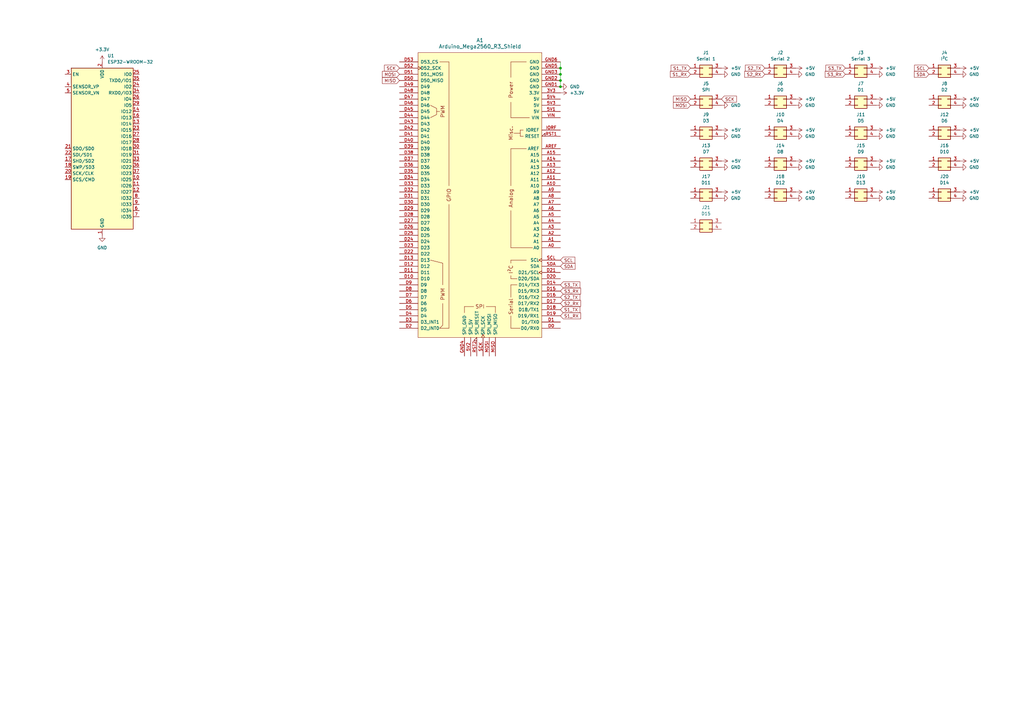
<source format=kicad_sch>
(kicad_sch (version 20230121) (generator eeschema)

  (uuid 92d81fc2-9ba4-42a4-8adb-15a8be22060e)

  (paper "A3")

  (lib_symbols
    (symbol "Connector_Generic:Conn_02x02_Top_Bottom" (pin_names (offset 1.016) hide) (in_bom yes) (on_board yes)
      (property "Reference" "J" (at 1.27 2.54 0)
        (effects (font (size 1.27 1.27)))
      )
      (property "Value" "Conn_02x02_Top_Bottom" (at 1.27 -5.08 0)
        (effects (font (size 1.27 1.27)))
      )
      (property "Footprint" "" (at 0 0 0)
        (effects (font (size 1.27 1.27)) hide)
      )
      (property "Datasheet" "~" (at 0 0 0)
        (effects (font (size 1.27 1.27)) hide)
      )
      (property "ki_keywords" "connector" (at 0 0 0)
        (effects (font (size 1.27 1.27)) hide)
      )
      (property "ki_description" "Generic connector, double row, 02x02, top/bottom pin numbering scheme (row 1: 1...pins_per_row, row2: pins_per_row+1 ... num_pins), script generated (kicad-library-utils/schlib/autogen/connector/)" (at 0 0 0)
        (effects (font (size 1.27 1.27)) hide)
      )
      (property "ki_fp_filters" "Connector*:*_2x??_*" (at 0 0 0)
        (effects (font (size 1.27 1.27)) hide)
      )
      (symbol "Conn_02x02_Top_Bottom_1_1"
        (rectangle (start -1.27 -2.413) (end 0 -2.667)
          (stroke (width 0.1524) (type default))
          (fill (type none))
        )
        (rectangle (start -1.27 0.127) (end 0 -0.127)
          (stroke (width 0.1524) (type default))
          (fill (type none))
        )
        (rectangle (start -1.27 1.27) (end 3.81 -3.81)
          (stroke (width 0.254) (type default))
          (fill (type background))
        )
        (rectangle (start 3.81 -2.413) (end 2.54 -2.667)
          (stroke (width 0.1524) (type default))
          (fill (type none))
        )
        (rectangle (start 3.81 0.127) (end 2.54 -0.127)
          (stroke (width 0.1524) (type default))
          (fill (type none))
        )
        (pin passive line (at -5.08 0 0) (length 3.81)
          (name "Pin_1" (effects (font (size 1.27 1.27))))
          (number "1" (effects (font (size 1.27 1.27))))
        )
        (pin passive line (at -5.08 -2.54 0) (length 3.81)
          (name "Pin_2" (effects (font (size 1.27 1.27))))
          (number "2" (effects (font (size 1.27 1.27))))
        )
        (pin passive line (at 7.62 0 180) (length 3.81)
          (name "Pin_3" (effects (font (size 1.27 1.27))))
          (number "3" (effects (font (size 1.27 1.27))))
        )
        (pin passive line (at 7.62 -2.54 180) (length 3.81)
          (name "Pin_4" (effects (font (size 1.27 1.27))))
          (number "4" (effects (font (size 1.27 1.27))))
        )
      )
    )
    (symbol "PCM_arduino-library:Arduino_Mega2560_R3_Shield" (pin_names (offset 1.016)) (in_bom yes) (on_board yes)
      (property "Reference" "A" (at 0 -62.23 0)
        (effects (font (size 1.524 1.524)))
      )
      (property "Value" "Arduino_Mega2560_R3_Shield" (at 0 -66.04 0)
        (effects (font (size 1.524 1.524)))
      )
      (property "Footprint" "PCM_arduino-library:Arduino_Mega2560_R3_Shield" (at 0 -73.66 0)
        (effects (font (size 1.524 1.524)) hide)
      )
      (property "Datasheet" "https://docs.arduino.cc/hardware/mega-2560" (at 0 -69.85 0)
        (effects (font (size 1.524 1.524)) hide)
      )
      (property "ki_keywords" "Arduino MPU Shield" (at 0 0 0)
        (effects (font (size 1.27 1.27)) hide)
      )
      (property "ki_description" "Shield for Arduino Mega 2560 R3" (at 0 0 0)
        (effects (font (size 1.27 1.27)) hide)
      )
      (property "ki_fp_filters" "Arduino_Mega2560_R3_Shield" (at 0 0 0)
        (effects (font (size 1.27 1.27)) hide)
      )
      (symbol "Arduino_Mega2560_R3_Shield_0_0"
        (rectangle (start -25.4 -58.42) (end 25.4 58.42)
          (stroke (width 0) (type default))
          (fill (type background))
        )
        (rectangle (start -20.32 -31.75) (end -12.7 -31.75)
          (stroke (width 0) (type default))
          (fill (type none))
        )
        (rectangle (start -19.05 -54.61) (end -12.7 -54.61)
          (stroke (width 0) (type default))
          (fill (type none))
        )
        (rectangle (start -19.05 -19.05) (end -12.7 -19.05)
          (stroke (width 0) (type default))
          (fill (type none))
        )
        (rectangle (start -19.05 26.67) (end -12.7 26.67)
          (stroke (width 0) (type default))
          (fill (type none))
        )
        (rectangle (start -17.78 -26.67) (end -16.51 -26.67)
          (stroke (width 0) (type default))
          (fill (type none))
        )
        (rectangle (start -17.78 -24.13) (end -16.51 -24.13)
          (stroke (width 0) (type default))
          (fill (type none))
        )
        (rectangle (start -16.51 -25.4) (end -13.97 -25.4)
          (stroke (width 0) (type default))
          (fill (type none))
        )
        (rectangle (start -16.51 -24.13) (end -16.51 -26.67)
          (stroke (width 0) (type default))
          (fill (type none))
        )
        (rectangle (start -16.51 54.61) (end -12.7 54.61)
          (stroke (width 0) (type default))
          (fill (type none))
        )
        (rectangle (start -15.24 34.29) (end -12.7 34.29)
          (stroke (width 0) (type default))
          (fill (type none))
        )
        (rectangle (start -15.24 36.83) (end -12.7 36.83)
          (stroke (width 0) (type default))
          (fill (type none))
        )
        (rectangle (start -12.7 -54.61) (end -12.7 -48.26)
          (stroke (width 0) (type default))
          (fill (type none))
        )
        (rectangle (start -12.7 -31.75) (end -12.7 -38.1)
          (stroke (width 0) (type default))
          (fill (type none))
        )
        (rectangle (start -12.7 26.67) (end -12.7 27.94)
          (stroke (width 0) (type default))
          (fill (type none))
        )
        (rectangle (start -12.7 34.29) (end -12.7 33.02)
          (stroke (width 0) (type default))
          (fill (type none))
        )
        (rectangle (start -12.7 41.91) (end -12.7 36.83)
          (stroke (width 0) (type default))
          (fill (type none))
        )
        (rectangle (start -12.7 49.53) (end -12.7 54.61)
          (stroke (width 0) (type default))
          (fill (type none))
        )
        (rectangle (start -6.35 48.26) (end -6.35 45.72)
          (stroke (width 0) (type default))
          (fill (type none))
        )
        (rectangle (start -2.54 45.72) (end -6.35 45.72)
          (stroke (width 0) (type default))
          (fill (type none))
        )
        (polyline
          (pts
            (xy -21.59 21.59)
            (xy -12.7 21.59)
          )
          (stroke (width 0) (type default))
          (fill (type none))
        )
        (polyline
          (pts
            (xy -12.7 -19.05)
            (xy -12.7 -3.81)
          )
          (stroke (width 0) (type default))
          (fill (type none))
        )
        (polyline
          (pts
            (xy -12.7 6.35)
            (xy -12.7 21.59)
          )
          (stroke (width 0) (type default))
          (fill (type none))
        )
        (polyline
          (pts
            (xy 12.7 -54.61)
            (xy 16.51 -54.61)
          )
          (stroke (width 0) (type default))
          (fill (type none))
        )
        (polyline
          (pts
            (xy 12.7 54.61)
            (xy 16.51 54.61)
          )
          (stroke (width 0) (type default))
          (fill (type none))
        )
        (polyline
          (pts
            (xy 17.78 -34.29)
            (xy 16.51 -34.29)
          )
          (stroke (width 0) (type default))
          (fill (type none))
        )
        (polyline
          (pts
            (xy 15.24 36.83)
            (xy 15.24 27.94)
            (xy 20.32 26.67)
          )
          (stroke (width 0) (type default))
          (fill (type none))
        )
        (polyline
          (pts
            (xy 15.24 44.45)
            (xy 15.24 53.34)
            (xy 16.51 54.61)
          )
          (stroke (width 0) (type default))
          (fill (type none))
        )
        (polyline
          (pts
            (xy 20.32 -31.75)
            (xy 17.78 -33.02)
            (xy 17.78 -35.56)
            (xy 20.32 -36.83)
          )
          (stroke (width 0) (type default))
          (fill (type none))
        )
        (rectangle (start 6.35 45.72) (end 2.54 45.72)
          (stroke (width 0) (type default))
          (fill (type none))
        )
        (rectangle (start 6.35 48.26) (end 6.35 45.72)
          (stroke (width 0) (type default))
          (fill (type none))
        )
        (text "Analog" (at -12.7 1.27 900)
          (effects (font (size 1.524 1.524)))
        )
        (text "I²C" (at -12.7 30.48 900)
          (effects (font (size 1.524 1.524)))
        )
        (text "Misc." (at -12.7 -25.4 900)
          (effects (font (size 1.524 1.524)))
        )
        (text "Power" (at -12.7 -43.18 900)
          (effects (font (size 1.524 1.524)))
        )
        (text "PWM" (at 15.24 -34.29 900)
          (effects (font (size 1.524 1.524)))
        )
        (text "PWM" (at 15.24 40.64 900)
          (effects (font (size 1.524 1.524)))
        )
        (text "Serial" (at -12.7 45.72 900)
          (effects (font (size 1.524 1.524)))
        )
        (text "SPI" (at 0 45.72 0)
          (effects (font (size 1.524 1.524)))
        )
      )
      (symbol "Arduino_Mega2560_R3_Shield_1_0"
        (rectangle (start 12.7 -54.61) (end 12.7 -3.81)
          (stroke (width 0) (type default))
          (fill (type none))
        )
        (rectangle (start 12.7 54.61) (end 12.7 3.81)
          (stroke (width 0) (type default))
          (fill (type none))
        )
        (text "GPIO" (at 12.7 0 900)
          (effects (font (size 1.524 1.524)))
        )
      )
      (symbol "Arduino_Mega2560_R3_Shield_1_1"
        (pin power_out line (at -33.02 -41.91 0) (length 7.62)
          (name "3.3V" (effects (font (size 1.27 1.27))))
          (number "3V3" (effects (font (size 1.27 1.27))))
        )
        (pin power_in line (at -33.02 -34.29 0) (length 7.62)
          (name "5V" (effects (font (size 1.27 1.27))))
          (number "5V1" (effects (font (size 1.27 1.27))))
        )
        (pin power_in line (at 3.81 66.04 270) (length 7.62)
          (name "SPI_5V" (effects (font (size 1.27 1.27))))
          (number "5V2" (effects (font (size 1.27 1.27))))
        )
        (pin power_in line (at -33.02 -36.83 0) (length 7.62)
          (name "5V" (effects (font (size 1.27 1.27))))
          (number "5V3" (effects (font (size 1.27 1.27))))
        )
        (pin power_in line (at -33.02 -39.37 0) (length 7.62)
          (name "5V" (effects (font (size 1.27 1.27))))
          (number "5V4" (effects (font (size 1.27 1.27))))
        )
        (pin bidirectional line (at -33.02 21.59 0) (length 7.62)
          (name "A0" (effects (font (size 1.27 1.27))))
          (number "A0" (effects (font (size 1.27 1.27))))
        )
        (pin bidirectional line (at -33.02 19.05 0) (length 7.62)
          (name "A1" (effects (font (size 1.27 1.27))))
          (number "A1" (effects (font (size 1.27 1.27))))
        )
        (pin bidirectional line (at -33.02 -3.81 0) (length 7.62)
          (name "A10" (effects (font (size 1.27 1.27))))
          (number "A10" (effects (font (size 1.27 1.27))))
        )
        (pin bidirectional line (at -33.02 -6.35 0) (length 7.62)
          (name "A11" (effects (font (size 1.27 1.27))))
          (number "A11" (effects (font (size 1.27 1.27))))
        )
        (pin bidirectional line (at -33.02 -8.89 0) (length 7.62)
          (name "A12" (effects (font (size 1.27 1.27))))
          (number "A12" (effects (font (size 1.27 1.27))))
        )
        (pin bidirectional line (at -33.02 -11.43 0) (length 7.62)
          (name "A13" (effects (font (size 1.27 1.27))))
          (number "A13" (effects (font (size 1.27 1.27))))
        )
        (pin bidirectional line (at -33.02 -13.97 0) (length 7.62)
          (name "A14" (effects (font (size 1.27 1.27))))
          (number "A14" (effects (font (size 1.27 1.27))))
        )
        (pin bidirectional line (at -33.02 -16.51 0) (length 7.62)
          (name "A15" (effects (font (size 1.27 1.27))))
          (number "A15" (effects (font (size 1.27 1.27))))
        )
        (pin bidirectional line (at -33.02 16.51 0) (length 7.62)
          (name "A2" (effects (font (size 1.27 1.27))))
          (number "A2" (effects (font (size 1.27 1.27))))
        )
        (pin bidirectional line (at -33.02 13.97 0) (length 7.62)
          (name "A3" (effects (font (size 1.27 1.27))))
          (number "A3" (effects (font (size 1.27 1.27))))
        )
        (pin bidirectional line (at -33.02 11.43 0) (length 7.62)
          (name "A4" (effects (font (size 1.27 1.27))))
          (number "A4" (effects (font (size 1.27 1.27))))
        )
        (pin bidirectional line (at -33.02 8.89 0) (length 7.62)
          (name "A5" (effects (font (size 1.27 1.27))))
          (number "A5" (effects (font (size 1.27 1.27))))
        )
        (pin bidirectional line (at -33.02 6.35 0) (length 7.62)
          (name "A6" (effects (font (size 1.27 1.27))))
          (number "A6" (effects (font (size 1.27 1.27))))
        )
        (pin bidirectional line (at -33.02 3.81 0) (length 7.62)
          (name "A7" (effects (font (size 1.27 1.27))))
          (number "A7" (effects (font (size 1.27 1.27))))
        )
        (pin bidirectional line (at -33.02 1.27 0) (length 7.62)
          (name "A8" (effects (font (size 1.27 1.27))))
          (number "A8" (effects (font (size 1.27 1.27))))
        )
        (pin bidirectional line (at -33.02 -1.27 0) (length 7.62)
          (name "A9" (effects (font (size 1.27 1.27))))
          (number "A9" (effects (font (size 1.27 1.27))))
        )
        (pin input line (at -33.02 -19.05 0) (length 7.62)
          (name "AREF" (effects (font (size 1.27 1.27))))
          (number "AREF" (effects (font (size 1.27 1.27))))
        )
        (pin bidirectional line (at -33.02 54.61 0) (length 7.62)
          (name "D0/RX0" (effects (font (size 1.27 1.27))))
          (number "D0" (effects (font (size 1.27 1.27))))
        )
        (pin bidirectional line (at -33.02 52.07 0) (length 7.62)
          (name "D1/TX0" (effects (font (size 1.27 1.27))))
          (number "D1" (effects (font (size 1.27 1.27))))
        )
        (pin bidirectional line (at 33.02 34.29 180) (length 7.62)
          (name "D10" (effects (font (size 1.27 1.27))))
          (number "D10" (effects (font (size 1.27 1.27))))
        )
        (pin bidirectional line (at 33.02 31.75 180) (length 7.62)
          (name "D11" (effects (font (size 1.27 1.27))))
          (number "D11" (effects (font (size 1.27 1.27))))
        )
        (pin bidirectional line (at 33.02 29.21 180) (length 7.62)
          (name "D12" (effects (font (size 1.27 1.27))))
          (number "D12" (effects (font (size 1.27 1.27))))
        )
        (pin bidirectional line (at 33.02 26.67 180) (length 7.62)
          (name "D13" (effects (font (size 1.27 1.27))))
          (number "D13" (effects (font (size 1.27 1.27))))
        )
        (pin bidirectional line (at -33.02 36.83 0) (length 7.62)
          (name "D14/TX3" (effects (font (size 1.27 1.27))))
          (number "D14" (effects (font (size 1.27 1.27))))
        )
        (pin bidirectional line (at -33.02 39.37 0) (length 7.62)
          (name "D15/RX3" (effects (font (size 1.27 1.27))))
          (number "D15" (effects (font (size 1.27 1.27))))
        )
        (pin bidirectional line (at -33.02 41.91 0) (length 7.62)
          (name "D16/TX2" (effects (font (size 1.27 1.27))))
          (number "D16" (effects (font (size 1.27 1.27))))
        )
        (pin bidirectional line (at -33.02 44.45 0) (length 7.62)
          (name "D17/RX2" (effects (font (size 1.27 1.27))))
          (number "D17" (effects (font (size 1.27 1.27))))
        )
        (pin bidirectional line (at -33.02 46.99 0) (length 7.62)
          (name "D18/TX1" (effects (font (size 1.27 1.27))))
          (number "D18" (effects (font (size 1.27 1.27))))
        )
        (pin bidirectional line (at -33.02 49.53 0) (length 7.62)
          (name "D19/RX1" (effects (font (size 1.27 1.27))))
          (number "D19" (effects (font (size 1.27 1.27))))
        )
        (pin bidirectional line (at 33.02 54.61 180) (length 7.62)
          (name "D2_INT0" (effects (font (size 1.27 1.27))))
          (number "D2" (effects (font (size 1.27 1.27))))
        )
        (pin bidirectional line (at -33.02 34.29 0) (length 7.62)
          (name "D20/SDA" (effects (font (size 1.27 1.27))))
          (number "D20" (effects (font (size 1.27 1.27))))
        )
        (pin bidirectional clock (at -33.02 31.75 0) (length 7.62)
          (name "D21/SCL" (effects (font (size 1.27 1.27))))
          (number "D21" (effects (font (size 1.27 1.27))))
        )
        (pin bidirectional line (at 33.02 24.13 180) (length 7.62)
          (name "D22" (effects (font (size 1.27 1.27))))
          (number "D22" (effects (font (size 1.27 1.27))))
        )
        (pin bidirectional line (at 33.02 21.59 180) (length 7.62)
          (name "D23" (effects (font (size 1.27 1.27))))
          (number "D23" (effects (font (size 1.27 1.27))))
        )
        (pin bidirectional line (at 33.02 19.05 180) (length 7.62)
          (name "D24" (effects (font (size 1.27 1.27))))
          (number "D24" (effects (font (size 1.27 1.27))))
        )
        (pin bidirectional line (at 33.02 16.51 180) (length 7.62)
          (name "D25" (effects (font (size 1.27 1.27))))
          (number "D25" (effects (font (size 1.27 1.27))))
        )
        (pin bidirectional line (at 33.02 13.97 180) (length 7.62)
          (name "D26" (effects (font (size 1.27 1.27))))
          (number "D26" (effects (font (size 1.27 1.27))))
        )
        (pin bidirectional line (at 33.02 11.43 180) (length 7.62)
          (name "D27" (effects (font (size 1.27 1.27))))
          (number "D27" (effects (font (size 1.27 1.27))))
        )
        (pin bidirectional line (at 33.02 8.89 180) (length 7.62)
          (name "D28" (effects (font (size 1.27 1.27))))
          (number "D28" (effects (font (size 1.27 1.27))))
        )
        (pin bidirectional line (at 33.02 6.35 180) (length 7.62)
          (name "D29" (effects (font (size 1.27 1.27))))
          (number "D29" (effects (font (size 1.27 1.27))))
        )
        (pin bidirectional line (at 33.02 52.07 180) (length 7.62)
          (name "D3_INT1" (effects (font (size 1.27 1.27))))
          (number "D3" (effects (font (size 1.27 1.27))))
        )
        (pin bidirectional line (at 33.02 3.81 180) (length 7.62)
          (name "D30" (effects (font (size 1.27 1.27))))
          (number "D30" (effects (font (size 1.27 1.27))))
        )
        (pin bidirectional line (at 33.02 1.27 180) (length 7.62)
          (name "D31" (effects (font (size 1.27 1.27))))
          (number "D31" (effects (font (size 1.27 1.27))))
        )
        (pin bidirectional line (at 33.02 -1.27 180) (length 7.62)
          (name "D32" (effects (font (size 1.27 1.27))))
          (number "D32" (effects (font (size 1.27 1.27))))
        )
        (pin bidirectional line (at 33.02 -3.81 180) (length 7.62)
          (name "D33" (effects (font (size 1.27 1.27))))
          (number "D33" (effects (font (size 1.27 1.27))))
        )
        (pin bidirectional line (at 33.02 -6.35 180) (length 7.62)
          (name "D34" (effects (font (size 1.27 1.27))))
          (number "D34" (effects (font (size 1.27 1.27))))
        )
        (pin bidirectional line (at 33.02 -8.89 180) (length 7.62)
          (name "D35" (effects (font (size 1.27 1.27))))
          (number "D35" (effects (font (size 1.27 1.27))))
        )
        (pin bidirectional line (at 33.02 -11.43 180) (length 7.62)
          (name "D36" (effects (font (size 1.27 1.27))))
          (number "D36" (effects (font (size 1.27 1.27))))
        )
        (pin bidirectional line (at 33.02 -13.97 180) (length 7.62)
          (name "D37" (effects (font (size 1.27 1.27))))
          (number "D37" (effects (font (size 1.27 1.27))))
        )
        (pin bidirectional line (at 33.02 -16.51 180) (length 7.62)
          (name "D38" (effects (font (size 1.27 1.27))))
          (number "D38" (effects (font (size 1.27 1.27))))
        )
        (pin bidirectional line (at 33.02 -19.05 180) (length 7.62)
          (name "D39" (effects (font (size 1.27 1.27))))
          (number "D39" (effects (font (size 1.27 1.27))))
        )
        (pin bidirectional line (at 33.02 49.53 180) (length 7.62)
          (name "D4" (effects (font (size 1.27 1.27))))
          (number "D4" (effects (font (size 1.27 1.27))))
        )
        (pin bidirectional line (at 33.02 -21.59 180) (length 7.62)
          (name "D40" (effects (font (size 1.27 1.27))))
          (number "D40" (effects (font (size 1.27 1.27))))
        )
        (pin bidirectional line (at 33.02 -24.13 180) (length 7.62)
          (name "D41" (effects (font (size 1.27 1.27))))
          (number "D41" (effects (font (size 1.27 1.27))))
        )
        (pin bidirectional line (at 33.02 -26.67 180) (length 7.62)
          (name "D42" (effects (font (size 1.27 1.27))))
          (number "D42" (effects (font (size 1.27 1.27))))
        )
        (pin bidirectional line (at 33.02 -29.21 180) (length 7.62)
          (name "D43" (effects (font (size 1.27 1.27))))
          (number "D43" (effects (font (size 1.27 1.27))))
        )
        (pin bidirectional line (at 33.02 -31.75 180) (length 7.62)
          (name "D44" (effects (font (size 1.27 1.27))))
          (number "D44" (effects (font (size 1.27 1.27))))
        )
        (pin bidirectional line (at 33.02 -34.29 180) (length 7.62)
          (name "D45" (effects (font (size 1.27 1.27))))
          (number "D45" (effects (font (size 1.27 1.27))))
        )
        (pin bidirectional line (at 33.02 -36.83 180) (length 7.62)
          (name "D46" (effects (font (size 1.27 1.27))))
          (number "D46" (effects (font (size 1.27 1.27))))
        )
        (pin bidirectional line (at 33.02 -39.37 180) (length 7.62)
          (name "D47" (effects (font (size 1.27 1.27))))
          (number "D47" (effects (font (size 1.27 1.27))))
        )
        (pin bidirectional line (at 33.02 -41.91 180) (length 7.62)
          (name "D48" (effects (font (size 1.27 1.27))))
          (number "D48" (effects (font (size 1.27 1.27))))
        )
        (pin bidirectional line (at 33.02 -44.45 180) (length 7.62)
          (name "D49" (effects (font (size 1.27 1.27))))
          (number "D49" (effects (font (size 1.27 1.27))))
        )
        (pin bidirectional line (at 33.02 46.99 180) (length 7.62)
          (name "D5" (effects (font (size 1.27 1.27))))
          (number "D5" (effects (font (size 1.27 1.27))))
        )
        (pin bidirectional line (at 33.02 -46.99 180) (length 7.62)
          (name "D50_MISO" (effects (font (size 1.27 1.27))))
          (number "D50" (effects (font (size 1.27 1.27))))
        )
        (pin bidirectional line (at 33.02 -49.53 180) (length 7.62)
          (name "D51_MOSI" (effects (font (size 1.27 1.27))))
          (number "D51" (effects (font (size 1.27 1.27))))
        )
        (pin bidirectional clock (at 33.02 -52.07 180) (length 7.62)
          (name "D52_SCK" (effects (font (size 1.27 1.27))))
          (number "D52" (effects (font (size 1.27 1.27))))
        )
        (pin bidirectional line (at 33.02 -54.61 180) (length 7.62)
          (name "D53_CS" (effects (font (size 1.27 1.27))))
          (number "D53" (effects (font (size 1.27 1.27))))
        )
        (pin bidirectional line (at 33.02 44.45 180) (length 7.62)
          (name "D6" (effects (font (size 1.27 1.27))))
          (number "D6" (effects (font (size 1.27 1.27))))
        )
        (pin bidirectional line (at 33.02 41.91 180) (length 7.62)
          (name "D7" (effects (font (size 1.27 1.27))))
          (number "D7" (effects (font (size 1.27 1.27))))
        )
        (pin bidirectional line (at 33.02 39.37 180) (length 7.62)
          (name "D8" (effects (font (size 1.27 1.27))))
          (number "D8" (effects (font (size 1.27 1.27))))
        )
        (pin bidirectional line (at 33.02 36.83 180) (length 7.62)
          (name "D9" (effects (font (size 1.27 1.27))))
          (number "D9" (effects (font (size 1.27 1.27))))
        )
        (pin power_in line (at -33.02 -44.45 0) (length 7.62)
          (name "GND" (effects (font (size 1.27 1.27))))
          (number "GND1" (effects (font (size 1.27 1.27))))
        )
        (pin power_in line (at -33.02 -46.99 0) (length 7.62)
          (name "GND" (effects (font (size 1.27 1.27))))
          (number "GND2" (effects (font (size 1.27 1.27))))
        )
        (pin power_in line (at -33.02 -49.53 0) (length 7.62)
          (name "GND" (effects (font (size 1.27 1.27))))
          (number "GND3" (effects (font (size 1.27 1.27))))
        )
        (pin power_in line (at 6.35 66.04 270) (length 7.62)
          (name "SPI_GND" (effects (font (size 1.27 1.27))))
          (number "GND4" (effects (font (size 1.27 1.27))))
        )
        (pin power_in line (at -33.02 -52.07 0) (length 7.62)
          (name "GND" (effects (font (size 1.27 1.27))))
          (number "GND5" (effects (font (size 1.27 1.27))))
        )
        (pin power_in line (at -33.02 -54.61 0) (length 7.62)
          (name "GND" (effects (font (size 1.27 1.27))))
          (number "GND6" (effects (font (size 1.27 1.27))))
        )
        (pin output line (at -33.02 -26.67 0) (length 7.62)
          (name "IOREF" (effects (font (size 1.27 1.27))))
          (number "IORF" (effects (font (size 1.27 1.27))))
        )
        (pin input line (at -6.35 66.04 270) (length 7.62)
          (name "SPI_MISO" (effects (font (size 1.27 1.27))))
          (number "MISO" (effects (font (size 1.27 1.27))))
        )
        (pin output line (at -3.81 66.04 270) (length 7.62)
          (name "SPI_MOSI" (effects (font (size 1.27 1.27))))
          (number "MOSI" (effects (font (size 1.27 1.27))))
        )
        (pin open_collector input_low (at -33.02 -24.13 0) (length 7.62)
          (name "RESET" (effects (font (size 1.27 1.27))))
          (number "RST1" (effects (font (size 1.27 1.27))))
        )
        (pin open_collector input_low (at 1.27 66.04 270) (length 7.62)
          (name "SPI_RESET" (effects (font (size 1.27 1.27))))
          (number "RST2" (effects (font (size 1.27 1.27))))
        )
        (pin output clock (at -1.27 66.04 270) (length 7.62)
          (name "SPI_SCK" (effects (font (size 1.27 1.27))))
          (number "SCK" (effects (font (size 1.27 1.27))))
        )
        (pin bidirectional clock (at -33.02 26.67 0) (length 7.62)
          (name "SCL" (effects (font (size 1.27 1.27))))
          (number "SCL" (effects (font (size 1.27 1.27))))
        )
        (pin bidirectional line (at -33.02 29.21 0) (length 7.62)
          (name "SDA" (effects (font (size 1.27 1.27))))
          (number "SDA" (effects (font (size 1.27 1.27))))
        )
        (pin power_in line (at -33.02 -31.75 0) (length 7.62)
          (name "VIN" (effects (font (size 1.27 1.27))))
          (number "VIN" (effects (font (size 1.27 1.27))))
        )
      )
    )
    (symbol "RF_Module:ESP32-WROOM-32" (in_bom yes) (on_board yes)
      (property "Reference" "U" (at -12.7 34.29 0)
        (effects (font (size 1.27 1.27)) (justify left))
      )
      (property "Value" "ESP32-WROOM-32" (at 1.27 34.29 0)
        (effects (font (size 1.27 1.27)) (justify left))
      )
      (property "Footprint" "RF_Module:ESP32-WROOM-32" (at 0 -38.1 0)
        (effects (font (size 1.27 1.27)) hide)
      )
      (property "Datasheet" "https://www.espressif.com/sites/default/files/documentation/esp32-wroom-32_datasheet_en.pdf" (at -7.62 1.27 0)
        (effects (font (size 1.27 1.27)) hide)
      )
      (property "ki_keywords" "RF Radio BT ESP ESP32 Espressif onboard PCB antenna" (at 0 0 0)
        (effects (font (size 1.27 1.27)) hide)
      )
      (property "ki_description" "RF Module, ESP32-D0WDQ6 SoC, Wi-Fi 802.11b/g/n, Bluetooth, BLE, 32-bit, 2.7-3.6V, onboard antenna, SMD" (at 0 0 0)
        (effects (font (size 1.27 1.27)) hide)
      )
      (property "ki_fp_filters" "ESP32?WROOM?32*" (at 0 0 0)
        (effects (font (size 1.27 1.27)) hide)
      )
      (symbol "ESP32-WROOM-32_0_1"
        (rectangle (start -12.7 33.02) (end 12.7 -33.02)
          (stroke (width 0.254) (type default))
          (fill (type background))
        )
      )
      (symbol "ESP32-WROOM-32_1_1"
        (pin power_in line (at 0 -35.56 90) (length 2.54)
          (name "GND" (effects (font (size 1.27 1.27))))
          (number "1" (effects (font (size 1.27 1.27))))
        )
        (pin bidirectional line (at 15.24 -12.7 180) (length 2.54)
          (name "IO25" (effects (font (size 1.27 1.27))))
          (number "10" (effects (font (size 1.27 1.27))))
        )
        (pin bidirectional line (at 15.24 -15.24 180) (length 2.54)
          (name "IO26" (effects (font (size 1.27 1.27))))
          (number "11" (effects (font (size 1.27 1.27))))
        )
        (pin bidirectional line (at 15.24 -17.78 180) (length 2.54)
          (name "IO27" (effects (font (size 1.27 1.27))))
          (number "12" (effects (font (size 1.27 1.27))))
        )
        (pin bidirectional line (at 15.24 10.16 180) (length 2.54)
          (name "IO14" (effects (font (size 1.27 1.27))))
          (number "13" (effects (font (size 1.27 1.27))))
        )
        (pin bidirectional line (at 15.24 15.24 180) (length 2.54)
          (name "IO12" (effects (font (size 1.27 1.27))))
          (number "14" (effects (font (size 1.27 1.27))))
        )
        (pin passive line (at 0 -35.56 90) (length 2.54) hide
          (name "GND" (effects (font (size 1.27 1.27))))
          (number "15" (effects (font (size 1.27 1.27))))
        )
        (pin bidirectional line (at 15.24 12.7 180) (length 2.54)
          (name "IO13" (effects (font (size 1.27 1.27))))
          (number "16" (effects (font (size 1.27 1.27))))
        )
        (pin bidirectional line (at -15.24 -5.08 0) (length 2.54)
          (name "SHD/SD2" (effects (font (size 1.27 1.27))))
          (number "17" (effects (font (size 1.27 1.27))))
        )
        (pin bidirectional line (at -15.24 -7.62 0) (length 2.54)
          (name "SWP/SD3" (effects (font (size 1.27 1.27))))
          (number "18" (effects (font (size 1.27 1.27))))
        )
        (pin bidirectional line (at -15.24 -12.7 0) (length 2.54)
          (name "SCS/CMD" (effects (font (size 1.27 1.27))))
          (number "19" (effects (font (size 1.27 1.27))))
        )
        (pin power_in line (at 0 35.56 270) (length 2.54)
          (name "VDD" (effects (font (size 1.27 1.27))))
          (number "2" (effects (font (size 1.27 1.27))))
        )
        (pin bidirectional line (at -15.24 -10.16 0) (length 2.54)
          (name "SCK/CLK" (effects (font (size 1.27 1.27))))
          (number "20" (effects (font (size 1.27 1.27))))
        )
        (pin bidirectional line (at -15.24 0 0) (length 2.54)
          (name "SDO/SD0" (effects (font (size 1.27 1.27))))
          (number "21" (effects (font (size 1.27 1.27))))
        )
        (pin bidirectional line (at -15.24 -2.54 0) (length 2.54)
          (name "SDI/SD1" (effects (font (size 1.27 1.27))))
          (number "22" (effects (font (size 1.27 1.27))))
        )
        (pin bidirectional line (at 15.24 7.62 180) (length 2.54)
          (name "IO15" (effects (font (size 1.27 1.27))))
          (number "23" (effects (font (size 1.27 1.27))))
        )
        (pin bidirectional line (at 15.24 25.4 180) (length 2.54)
          (name "IO2" (effects (font (size 1.27 1.27))))
          (number "24" (effects (font (size 1.27 1.27))))
        )
        (pin bidirectional line (at 15.24 30.48 180) (length 2.54)
          (name "IO0" (effects (font (size 1.27 1.27))))
          (number "25" (effects (font (size 1.27 1.27))))
        )
        (pin bidirectional line (at 15.24 20.32 180) (length 2.54)
          (name "IO4" (effects (font (size 1.27 1.27))))
          (number "26" (effects (font (size 1.27 1.27))))
        )
        (pin bidirectional line (at 15.24 5.08 180) (length 2.54)
          (name "IO16" (effects (font (size 1.27 1.27))))
          (number "27" (effects (font (size 1.27 1.27))))
        )
        (pin bidirectional line (at 15.24 2.54 180) (length 2.54)
          (name "IO17" (effects (font (size 1.27 1.27))))
          (number "28" (effects (font (size 1.27 1.27))))
        )
        (pin bidirectional line (at 15.24 17.78 180) (length 2.54)
          (name "IO5" (effects (font (size 1.27 1.27))))
          (number "29" (effects (font (size 1.27 1.27))))
        )
        (pin input line (at -15.24 30.48 0) (length 2.54)
          (name "EN" (effects (font (size 1.27 1.27))))
          (number "3" (effects (font (size 1.27 1.27))))
        )
        (pin bidirectional line (at 15.24 0 180) (length 2.54)
          (name "IO18" (effects (font (size 1.27 1.27))))
          (number "30" (effects (font (size 1.27 1.27))))
        )
        (pin bidirectional line (at 15.24 -2.54 180) (length 2.54)
          (name "IO19" (effects (font (size 1.27 1.27))))
          (number "31" (effects (font (size 1.27 1.27))))
        )
        (pin no_connect line (at -12.7 -27.94 0) (length 2.54) hide
          (name "NC" (effects (font (size 1.27 1.27))))
          (number "32" (effects (font (size 1.27 1.27))))
        )
        (pin bidirectional line (at 15.24 -5.08 180) (length 2.54)
          (name "IO21" (effects (font (size 1.27 1.27))))
          (number "33" (effects (font (size 1.27 1.27))))
        )
        (pin bidirectional line (at 15.24 22.86 180) (length 2.54)
          (name "RXD0/IO3" (effects (font (size 1.27 1.27))))
          (number "34" (effects (font (size 1.27 1.27))))
        )
        (pin bidirectional line (at 15.24 27.94 180) (length 2.54)
          (name "TXD0/IO1" (effects (font (size 1.27 1.27))))
          (number "35" (effects (font (size 1.27 1.27))))
        )
        (pin bidirectional line (at 15.24 -7.62 180) (length 2.54)
          (name "IO22" (effects (font (size 1.27 1.27))))
          (number "36" (effects (font (size 1.27 1.27))))
        )
        (pin bidirectional line (at 15.24 -10.16 180) (length 2.54)
          (name "IO23" (effects (font (size 1.27 1.27))))
          (number "37" (effects (font (size 1.27 1.27))))
        )
        (pin passive line (at 0 -35.56 90) (length 2.54) hide
          (name "GND" (effects (font (size 1.27 1.27))))
          (number "38" (effects (font (size 1.27 1.27))))
        )
        (pin passive line (at 0 -35.56 90) (length 2.54) hide
          (name "GND" (effects (font (size 1.27 1.27))))
          (number "39" (effects (font (size 1.27 1.27))))
        )
        (pin input line (at -15.24 25.4 0) (length 2.54)
          (name "SENSOR_VP" (effects (font (size 1.27 1.27))))
          (number "4" (effects (font (size 1.27 1.27))))
        )
        (pin input line (at -15.24 22.86 0) (length 2.54)
          (name "SENSOR_VN" (effects (font (size 1.27 1.27))))
          (number "5" (effects (font (size 1.27 1.27))))
        )
        (pin input line (at 15.24 -25.4 180) (length 2.54)
          (name "IO34" (effects (font (size 1.27 1.27))))
          (number "6" (effects (font (size 1.27 1.27))))
        )
        (pin input line (at 15.24 -27.94 180) (length 2.54)
          (name "IO35" (effects (font (size 1.27 1.27))))
          (number "7" (effects (font (size 1.27 1.27))))
        )
        (pin bidirectional line (at 15.24 -20.32 180) (length 2.54)
          (name "IO32" (effects (font (size 1.27 1.27))))
          (number "8" (effects (font (size 1.27 1.27))))
        )
        (pin bidirectional line (at 15.24 -22.86 180) (length 2.54)
          (name "IO33" (effects (font (size 1.27 1.27))))
          (number "9" (effects (font (size 1.27 1.27))))
        )
      )
    )
    (symbol "power:+3.3V" (power) (pin_names (offset 0)) (in_bom yes) (on_board yes)
      (property "Reference" "#PWR" (at 0 -3.81 0)
        (effects (font (size 1.27 1.27)) hide)
      )
      (property "Value" "+3.3V" (at 0 3.556 0)
        (effects (font (size 1.27 1.27)))
      )
      (property "Footprint" "" (at 0 0 0)
        (effects (font (size 1.27 1.27)) hide)
      )
      (property "Datasheet" "" (at 0 0 0)
        (effects (font (size 1.27 1.27)) hide)
      )
      (property "ki_keywords" "global power" (at 0 0 0)
        (effects (font (size 1.27 1.27)) hide)
      )
      (property "ki_description" "Power symbol creates a global label with name \"+3.3V\"" (at 0 0 0)
        (effects (font (size 1.27 1.27)) hide)
      )
      (symbol "+3.3V_0_1"
        (polyline
          (pts
            (xy -0.762 1.27)
            (xy 0 2.54)
          )
          (stroke (width 0) (type default))
          (fill (type none))
        )
        (polyline
          (pts
            (xy 0 0)
            (xy 0 2.54)
          )
          (stroke (width 0) (type default))
          (fill (type none))
        )
        (polyline
          (pts
            (xy 0 2.54)
            (xy 0.762 1.27)
          )
          (stroke (width 0) (type default))
          (fill (type none))
        )
      )
      (symbol "+3.3V_1_1"
        (pin power_in line (at 0 0 90) (length 0) hide
          (name "+3.3V" (effects (font (size 1.27 1.27))))
          (number "1" (effects (font (size 1.27 1.27))))
        )
      )
    )
    (symbol "power:+5V" (power) (pin_names (offset 0)) (in_bom yes) (on_board yes)
      (property "Reference" "#PWR" (at 0 -3.81 0)
        (effects (font (size 1.27 1.27)) hide)
      )
      (property "Value" "+5V" (at 0 3.556 0)
        (effects (font (size 1.27 1.27)))
      )
      (property "Footprint" "" (at 0 0 0)
        (effects (font (size 1.27 1.27)) hide)
      )
      (property "Datasheet" "" (at 0 0 0)
        (effects (font (size 1.27 1.27)) hide)
      )
      (property "ki_keywords" "global power" (at 0 0 0)
        (effects (font (size 1.27 1.27)) hide)
      )
      (property "ki_description" "Power symbol creates a global label with name \"+5V\"" (at 0 0 0)
        (effects (font (size 1.27 1.27)) hide)
      )
      (symbol "+5V_0_1"
        (polyline
          (pts
            (xy -0.762 1.27)
            (xy 0 2.54)
          )
          (stroke (width 0) (type default))
          (fill (type none))
        )
        (polyline
          (pts
            (xy 0 0)
            (xy 0 2.54)
          )
          (stroke (width 0) (type default))
          (fill (type none))
        )
        (polyline
          (pts
            (xy 0 2.54)
            (xy 0.762 1.27)
          )
          (stroke (width 0) (type default))
          (fill (type none))
        )
      )
      (symbol "+5V_1_1"
        (pin power_in line (at 0 0 90) (length 0) hide
          (name "+5V" (effects (font (size 1.27 1.27))))
          (number "1" (effects (font (size 1.27 1.27))))
        )
      )
    )
    (symbol "power:GND" (power) (pin_names (offset 0)) (in_bom yes) (on_board yes)
      (property "Reference" "#PWR" (at 0 -6.35 0)
        (effects (font (size 1.27 1.27)) hide)
      )
      (property "Value" "GND" (at 0 -3.81 0)
        (effects (font (size 1.27 1.27)))
      )
      (property "Footprint" "" (at 0 0 0)
        (effects (font (size 1.27 1.27)) hide)
      )
      (property "Datasheet" "" (at 0 0 0)
        (effects (font (size 1.27 1.27)) hide)
      )
      (property "ki_keywords" "global power" (at 0 0 0)
        (effects (font (size 1.27 1.27)) hide)
      )
      (property "ki_description" "Power symbol creates a global label with name \"GND\" , ground" (at 0 0 0)
        (effects (font (size 1.27 1.27)) hide)
      )
      (symbol "GND_0_1"
        (polyline
          (pts
            (xy 0 0)
            (xy 0 -1.27)
            (xy 1.27 -1.27)
            (xy 0 -2.54)
            (xy -1.27 -1.27)
            (xy 0 -1.27)
          )
          (stroke (width 0) (type default))
          (fill (type none))
        )
      )
      (symbol "GND_1_1"
        (pin power_in line (at 0 0 270) (length 0) hide
          (name "GND" (effects (font (size 1.27 1.27))))
          (number "1" (effects (font (size 1.27 1.27))))
        )
      )
    )
  )

  (junction (at 229.87 35.56) (diameter 0) (color 0 0 0 0)
    (uuid 0026a357-c800-4c39-ae51-c2e0f6ae7d08)
  )
  (junction (at 229.87 33.02) (diameter 0) (color 0 0 0 0)
    (uuid 798f50cd-b7f6-426b-b20d-a62ed500d5a7)
  )
  (junction (at 229.87 27.94) (diameter 0) (color 0 0 0 0)
    (uuid 7c64a505-c009-4772-ba63-9bda7915cb8a)
  )
  (junction (at 229.87 30.48) (diameter 0) (color 0 0 0 0)
    (uuid 93976b45-9628-48e9-8193-0fc4ee844171)
  )

  (wire (pts (xy 229.87 30.48) (xy 229.87 33.02))
    (stroke (width 0) (type default))
    (uuid 3e2caa9d-5a59-4b91-9d18-d8f4fb2fd186)
  )
  (wire (pts (xy 229.87 27.94) (xy 229.87 30.48))
    (stroke (width 0) (type default))
    (uuid 920c99bc-ec10-4040-9360-dc267b51bc16)
  )
  (wire (pts (xy 229.87 33.02) (xy 229.87 35.56))
    (stroke (width 0) (type default))
    (uuid 9ecf490a-8124-4d73-a5d8-ea56f0449a67)
  )
  (wire (pts (xy 229.87 25.4) (xy 229.87 27.94))
    (stroke (width 0) (type default))
    (uuid eae42bf4-a785-489d-948c-297d170195a9)
  )

  (global_label "S1_RX" (shape input) (at 229.87 129.54 0) (fields_autoplaced)
    (effects (font (size 1.27 1.27)) (justify left))
    (uuid 05beae65-b559-4a9e-a6c2-31af843797d0)
    (property "Intersheetrefs" "${INTERSHEET_REFS}" (at 238.7213 129.54 0)
      (effects (font (size 1.27 1.27)) (justify left) hide)
    )
  )
  (global_label "S2_TX" (shape input) (at 313.69 27.94 180) (fields_autoplaced)
    (effects (font (size 1.27 1.27)) (justify right))
    (uuid 0c946ce0-3797-43b9-b3da-c1044811592b)
    (property "Intersheetrefs" "${INTERSHEET_REFS}" (at 305.1411 27.94 0)
      (effects (font (size 1.27 1.27)) (justify right) hide)
    )
  )
  (global_label "S1_TX" (shape input) (at 229.87 127 0) (fields_autoplaced)
    (effects (font (size 1.27 1.27)) (justify left))
    (uuid 14864e72-ef37-4500-bc23-b9ec5c32e981)
    (property "Intersheetrefs" "${INTERSHEET_REFS}" (at 238.4189 127 0)
      (effects (font (size 1.27 1.27)) (justify left) hide)
    )
  )
  (global_label "SDA" (shape input) (at 381 30.48 180) (fields_autoplaced)
    (effects (font (size 1.27 1.27)) (justify right))
    (uuid 3243d327-0dbd-48f2-be9a-c73f96ce65bb)
    (property "Intersheetrefs" "${INTERSHEET_REFS}" (at 374.4467 30.48 0)
      (effects (font (size 1.27 1.27)) (justify right) hide)
    )
  )
  (global_label "S1_RX" (shape input) (at 283.21 30.48 180) (fields_autoplaced)
    (effects (font (size 1.27 1.27)) (justify right))
    (uuid 360ddcce-5b36-4c93-9761-63f9f66c628a)
    (property "Intersheetrefs" "${INTERSHEET_REFS}" (at 274.3587 30.48 0)
      (effects (font (size 1.27 1.27)) (justify right) hide)
    )
  )
  (global_label "SCL" (shape input) (at 229.87 106.68 0) (fields_autoplaced)
    (effects (font (size 1.27 1.27)) (justify left))
    (uuid 4fe8b228-c8ff-459b-b3fc-3e1f72621be2)
    (property "Intersheetrefs" "${INTERSHEET_REFS}" (at 236.3628 106.68 0)
      (effects (font (size 1.27 1.27)) (justify left) hide)
    )
  )
  (global_label "MISO" (shape input) (at 283.21 40.64 180) (fields_autoplaced)
    (effects (font (size 1.27 1.27)) (justify right))
    (uuid 542aca1e-04e3-4743-ad78-4b8e02ff3fd7)
    (property "Intersheetrefs" "${INTERSHEET_REFS}" (at 275.6286 40.64 0)
      (effects (font (size 1.27 1.27)) (justify right) hide)
    )
  )
  (global_label "S3_RX" (shape input) (at 229.87 119.38 0) (fields_autoplaced)
    (effects (font (size 1.27 1.27)) (justify left))
    (uuid 55c6b19c-8cbe-4254-a9ed-fe503486b1bc)
    (property "Intersheetrefs" "${INTERSHEET_REFS}" (at 238.7213 119.38 0)
      (effects (font (size 1.27 1.27)) (justify left) hide)
    )
  )
  (global_label "S1_TX" (shape input) (at 283.21 27.94 180) (fields_autoplaced)
    (effects (font (size 1.27 1.27)) (justify right))
    (uuid 55d77071-219a-4dbc-900d-1bbb631db895)
    (property "Intersheetrefs" "${INTERSHEET_REFS}" (at 274.6611 27.94 0)
      (effects (font (size 1.27 1.27)) (justify right) hide)
    )
  )
  (global_label "MOSI" (shape input) (at 163.83 30.48 180) (fields_autoplaced)
    (effects (font (size 1.27 1.27)) (justify right))
    (uuid 5d0c78ad-4c83-4391-9963-7600dda4916c)
    (property "Intersheetrefs" "${INTERSHEET_REFS}" (at 156.2486 30.48 0)
      (effects (font (size 1.27 1.27)) (justify right) hide)
    )
  )
  (global_label "SCK" (shape input) (at 163.83 27.94 180) (fields_autoplaced)
    (effects (font (size 1.27 1.27)) (justify right))
    (uuid 8d0e6eb9-2b5a-4d4e-b952-e9f6a346cad3)
    (property "Intersheetrefs" "${INTERSHEET_REFS}" (at 157.0953 27.94 0)
      (effects (font (size 1.27 1.27)) (justify right) hide)
    )
  )
  (global_label "MISO" (shape input) (at 163.83 33.02 180) (fields_autoplaced)
    (effects (font (size 1.27 1.27)) (justify right))
    (uuid a33e1be1-3467-451f-90c3-1d6341c8dc07)
    (property "Intersheetrefs" "${INTERSHEET_REFS}" (at 156.2486 33.02 0)
      (effects (font (size 1.27 1.27)) (justify right) hide)
    )
  )
  (global_label "SDA" (shape input) (at 229.87 109.22 0) (fields_autoplaced)
    (effects (font (size 1.27 1.27)) (justify left))
    (uuid b8d6fe92-2d42-4537-b31b-1a4f7a3f9db3)
    (property "Intersheetrefs" "${INTERSHEET_REFS}" (at 236.4233 109.22 0)
      (effects (font (size 1.27 1.27)) (justify left) hide)
    )
  )
  (global_label "S2_TX" (shape input) (at 229.87 121.92 0) (fields_autoplaced)
    (effects (font (size 1.27 1.27)) (justify left))
    (uuid b9861023-cb60-4874-90e9-161aaaa9d491)
    (property "Intersheetrefs" "${INTERSHEET_REFS}" (at 238.4189 121.92 0)
      (effects (font (size 1.27 1.27)) (justify left) hide)
    )
  )
  (global_label "S3_TX" (shape input) (at 229.87 116.84 0) (fields_autoplaced)
    (effects (font (size 1.27 1.27)) (justify left))
    (uuid cb34967b-dd32-4177-8f0b-7084d873bf15)
    (property "Intersheetrefs" "${INTERSHEET_REFS}" (at 238.4189 116.84 0)
      (effects (font (size 1.27 1.27)) (justify left) hide)
    )
  )
  (global_label "SCL" (shape input) (at 381 27.94 180) (fields_autoplaced)
    (effects (font (size 1.27 1.27)) (justify right))
    (uuid d855be81-6401-4732-b648-81ad473e6af6)
    (property "Intersheetrefs" "${INTERSHEET_REFS}" (at 374.5072 27.94 0)
      (effects (font (size 1.27 1.27)) (justify right) hide)
    )
  )
  (global_label "S3_RX" (shape input) (at 346.71 30.48 180) (fields_autoplaced)
    (effects (font (size 1.27 1.27)) (justify right))
    (uuid d8ce19ff-a655-4e56-9775-9e51ae74ecb9)
    (property "Intersheetrefs" "${INTERSHEET_REFS}" (at 337.8587 30.48 0)
      (effects (font (size 1.27 1.27)) (justify right) hide)
    )
  )
  (global_label "S2_RX" (shape input) (at 313.69 30.48 180) (fields_autoplaced)
    (effects (font (size 1.27 1.27)) (justify right))
    (uuid ddc9c286-23ab-4048-bb4e-51eb6ab19a3e)
    (property "Intersheetrefs" "${INTERSHEET_REFS}" (at 304.8387 30.48 0)
      (effects (font (size 1.27 1.27)) (justify right) hide)
    )
  )
  (global_label "SCK" (shape input) (at 295.91 40.64 0) (fields_autoplaced)
    (effects (font (size 1.27 1.27)) (justify left))
    (uuid e63b11b1-6cab-4441-bd0a-24ba339262b1)
    (property "Intersheetrefs" "${INTERSHEET_REFS}" (at 302.6447 40.64 0)
      (effects (font (size 1.27 1.27)) (justify left) hide)
    )
  )
  (global_label "S3_TX" (shape input) (at 346.71 27.94 180) (fields_autoplaced)
    (effects (font (size 1.27 1.27)) (justify right))
    (uuid f60b3fe0-3f0a-4973-bf22-da665fd712db)
    (property "Intersheetrefs" "${INTERSHEET_REFS}" (at 338.1611 27.94 0)
      (effects (font (size 1.27 1.27)) (justify right) hide)
    )
  )
  (global_label "MOSI" (shape input) (at 283.21 43.18 180) (fields_autoplaced)
    (effects (font (size 1.27 1.27)) (justify right))
    (uuid f62a744f-714c-412c-9a13-377d67b3d40d)
    (property "Intersheetrefs" "${INTERSHEET_REFS}" (at 275.6286 43.18 0)
      (effects (font (size 1.27 1.27)) (justify right) hide)
    )
  )
  (global_label "S2_RX" (shape input) (at 229.87 124.46 0) (fields_autoplaced)
    (effects (font (size 1.27 1.27)) (justify left))
    (uuid fe6c9bad-6630-45bb-b2ef-d946b18552b6)
    (property "Intersheetrefs" "${INTERSHEET_REFS}" (at 238.7213 124.46 0)
      (effects (font (size 1.27 1.27)) (justify left) hide)
    )
  )

  (symbol (lib_id "power:+5V") (at 326.39 78.74 270) (unit 1)
    (in_bom yes) (on_board yes) (dnp no) (fields_autoplaced)
    (uuid 0219a563-f3de-4d20-a89f-80b2c028998d)
    (property "Reference" "#PWR021" (at 322.58 78.74 0)
      (effects (font (size 1.27 1.27)) hide)
    )
    (property "Value" "+5V" (at 330.2 78.74 90)
      (effects (font (size 1.27 1.27)) (justify left))
    )
    (property "Footprint" "" (at 326.39 78.74 0)
      (effects (font (size 1.27 1.27)) hide)
    )
    (property "Datasheet" "" (at 326.39 78.74 0)
      (effects (font (size 1.27 1.27)) hide)
    )
    (pin "1" (uuid bd276e2d-79ed-43a5-b3de-ff078e7fc245))
    (instances
      (project "KitEducacional"
        (path "/92d81fc2-9ba4-42a4-8adb-15a8be22060e"
          (reference "#PWR021") (unit 1)
        )
      )
    )
  )

  (symbol (lib_id "Connector_Generic:Conn_02x02_Top_Bottom") (at 351.79 53.34 0) (unit 1)
    (in_bom yes) (on_board yes) (dnp no) (fields_autoplaced)
    (uuid 029219f6-4216-427f-860b-606a6d42a0c6)
    (property "Reference" "J11" (at 353.06 46.99 0)
      (effects (font (size 1.27 1.27)))
    )
    (property "Value" "D5" (at 353.06 49.53 0)
      (effects (font (size 1.27 1.27)))
    )
    (property "Footprint" "Connector_Molex:Molex_Mega-Fit_76825-0004_2x02_P5.70mm_Horizontal" (at 351.79 53.34 0)
      (effects (font (size 1.27 1.27)) hide)
    )
    (property "Datasheet" "~" (at 351.79 53.34 0)
      (effects (font (size 1.27 1.27)) hide)
    )
    (pin "1" (uuid 4048f61b-e2ec-4c7e-ae2e-476c3e71fa5b))
    (pin "2" (uuid 9704c710-0d01-4821-8e5f-a42db20f8ee6))
    (pin "3" (uuid 34de75e7-ab6d-4292-8c1b-557a622217c7))
    (pin "4" (uuid bc454d02-de8f-4add-884a-2a8aa248c98e))
    (instances
      (project "KitEducacional"
        (path "/92d81fc2-9ba4-42a4-8adb-15a8be22060e"
          (reference "J11") (unit 1)
        )
      )
    )
  )

  (symbol (lib_id "power:+5V") (at 393.7 40.64 270) (unit 1)
    (in_bom yes) (on_board yes) (dnp no) (fields_autoplaced)
    (uuid 03e9c65b-0f08-483c-87b5-f57b806e0109)
    (property "Reference" "#PWR043" (at 389.89 40.64 0)
      (effects (font (size 1.27 1.27)) hide)
    )
    (property "Value" "+5V" (at 397.51 40.64 90)
      (effects (font (size 1.27 1.27)) (justify left))
    )
    (property "Footprint" "" (at 393.7 40.64 0)
      (effects (font (size 1.27 1.27)) hide)
    )
    (property "Datasheet" "" (at 393.7 40.64 0)
      (effects (font (size 1.27 1.27)) hide)
    )
    (pin "1" (uuid a2f12e7d-2884-4cc1-8dc2-75216a51272f))
    (instances
      (project "KitEducacional"
        (path "/92d81fc2-9ba4-42a4-8adb-15a8be22060e"
          (reference "#PWR043") (unit 1)
        )
      )
    )
  )

  (symbol (lib_id "Connector_Generic:Conn_02x02_Top_Bottom") (at 386.08 66.04 0) (unit 1)
    (in_bom yes) (on_board yes) (dnp no) (fields_autoplaced)
    (uuid 048e32f3-ffd2-4ea2-b0cd-10201c1fb8a4)
    (property "Reference" "J16" (at 387.35 59.69 0)
      (effects (font (size 1.27 1.27)))
    )
    (property "Value" "D10" (at 387.35 62.23 0)
      (effects (font (size 1.27 1.27)))
    )
    (property "Footprint" "Connector_Molex:Molex_Mega-Fit_76825-0004_2x02_P5.70mm_Horizontal" (at 386.08 66.04 0)
      (effects (font (size 1.27 1.27)) hide)
    )
    (property "Datasheet" "~" (at 386.08 66.04 0)
      (effects (font (size 1.27 1.27)) hide)
    )
    (pin "1" (uuid f9ded2ca-32d3-4ff2-b09b-2169640e1a85))
    (pin "2" (uuid f405cc8e-d977-48c9-90cc-54b20d4695fc))
    (pin "3" (uuid f008f0bd-8263-47be-87d4-18d1d87100c0))
    (pin "4" (uuid b5441ad6-6c7b-486c-9e5d-d341d55f6215))
    (instances
      (project "KitEducacional"
        (path "/92d81fc2-9ba4-42a4-8adb-15a8be22060e"
          (reference "J16") (unit 1)
        )
      )
    )
  )

  (symbol (lib_id "power:GND") (at 393.7 55.88 90) (unit 1)
    (in_bom yes) (on_board yes) (dnp no) (fields_autoplaced)
    (uuid 07a12844-5536-4a36-8ab1-1aa5186961d9)
    (property "Reference" "#PWR042" (at 400.05 55.88 0)
      (effects (font (size 1.27 1.27)) hide)
    )
    (property "Value" "GND" (at 397.51 55.88 90)
      (effects (font (size 1.27 1.27)) (justify right))
    )
    (property "Footprint" "" (at 393.7 55.88 0)
      (effects (font (size 1.27 1.27)) hide)
    )
    (property "Datasheet" "" (at 393.7 55.88 0)
      (effects (font (size 1.27 1.27)) hide)
    )
    (pin "1" (uuid f48e6bc6-7704-44a8-95b0-5e4d28c7201d))
    (instances
      (project "KitEducacional"
        (path "/92d81fc2-9ba4-42a4-8adb-15a8be22060e"
          (reference "#PWR042") (unit 1)
        )
      )
    )
  )

  (symbol (lib_id "power:GND") (at 41.91 96.52 0) (unit 1)
    (in_bom yes) (on_board yes) (dnp no) (fields_autoplaced)
    (uuid 07a36ccf-ebb6-4f5d-929b-bc9565e077f0)
    (property "Reference" "#PWR03" (at 41.91 102.87 0)
      (effects (font (size 1.27 1.27)) hide)
    )
    (property "Value" "GND" (at 41.91 101.6 0)
      (effects (font (size 1.27 1.27)))
    )
    (property "Footprint" "" (at 41.91 96.52 0)
      (effects (font (size 1.27 1.27)) hide)
    )
    (property "Datasheet" "" (at 41.91 96.52 0)
      (effects (font (size 1.27 1.27)) hide)
    )
    (pin "1" (uuid 20ad25f2-8f94-4c5f-946e-d112caf11abf))
    (instances
      (project "KitEducacional"
        (path "/92d81fc2-9ba4-42a4-8adb-15a8be22060e"
          (reference "#PWR03") (unit 1)
        )
      )
    )
  )

  (symbol (lib_id "power:GND") (at 393.7 43.18 90) (unit 1)
    (in_bom yes) (on_board yes) (dnp no) (fields_autoplaced)
    (uuid 07b13cad-bdb9-4932-af3b-a3c9f07ffc52)
    (property "Reference" "#PWR044" (at 400.05 43.18 0)
      (effects (font (size 1.27 1.27)) hide)
    )
    (property "Value" "GND" (at 397.51 43.18 90)
      (effects (font (size 1.27 1.27)) (justify right))
    )
    (property "Footprint" "" (at 393.7 43.18 0)
      (effects (font (size 1.27 1.27)) hide)
    )
    (property "Datasheet" "" (at 393.7 43.18 0)
      (effects (font (size 1.27 1.27)) hide)
    )
    (pin "1" (uuid 08a11948-cb2f-45bd-9055-a82f0ec72d89))
    (instances
      (project "KitEducacional"
        (path "/92d81fc2-9ba4-42a4-8adb-15a8be22060e"
          (reference "#PWR044") (unit 1)
        )
      )
    )
  )

  (symbol (lib_id "power:GND") (at 393.7 30.48 90) (unit 1)
    (in_bom yes) (on_board yes) (dnp no) (fields_autoplaced)
    (uuid 07f68516-4fef-4248-9a22-a8b72d16c511)
    (property "Reference" "#PWR012" (at 400.05 30.48 0)
      (effects (font (size 1.27 1.27)) hide)
    )
    (property "Value" "GND" (at 397.51 30.48 90)
      (effects (font (size 1.27 1.27)) (justify right))
    )
    (property "Footprint" "" (at 393.7 30.48 0)
      (effects (font (size 1.27 1.27)) hide)
    )
    (property "Datasheet" "" (at 393.7 30.48 0)
      (effects (font (size 1.27 1.27)) hide)
    )
    (pin "1" (uuid 1473ac4b-4651-4117-b7e2-e18449cc455e))
    (instances
      (project "KitEducacional"
        (path "/92d81fc2-9ba4-42a4-8adb-15a8be22060e"
          (reference "#PWR012") (unit 1)
        )
      )
    )
  )

  (symbol (lib_id "Connector_Generic:Conn_02x02_Top_Bottom") (at 318.77 78.74 0) (unit 1)
    (in_bom yes) (on_board yes) (dnp no) (fields_autoplaced)
    (uuid 0ad5eaca-0f82-4760-875c-16e34212016f)
    (property "Reference" "J18" (at 320.04 72.39 0)
      (effects (font (size 1.27 1.27)))
    )
    (property "Value" "D12" (at 320.04 74.93 0)
      (effects (font (size 1.27 1.27)))
    )
    (property "Footprint" "Connector_Molex:Molex_Mega-Fit_76825-0004_2x02_P5.70mm_Horizontal" (at 318.77 78.74 0)
      (effects (font (size 1.27 1.27)) hide)
    )
    (property "Datasheet" "~" (at 318.77 78.74 0)
      (effects (font (size 1.27 1.27)) hide)
    )
    (pin "1" (uuid 7364b53f-2416-4530-8c26-66290b86d04d))
    (pin "2" (uuid da425767-c60e-487c-9d2c-c4109b4980ab))
    (pin "3" (uuid c82eac64-3b2f-4d7f-a763-78faaef9431f))
    (pin "4" (uuid b2053782-5995-4314-94df-5369699804a1))
    (instances
      (project "KitEducacional"
        (path "/92d81fc2-9ba4-42a4-8adb-15a8be22060e"
          (reference "J18") (unit 1)
        )
      )
    )
  )

  (symbol (lib_id "Connector_Generic:Conn_02x02_Top_Bottom") (at 288.29 27.94 0) (unit 1)
    (in_bom yes) (on_board yes) (dnp no) (fields_autoplaced)
    (uuid 0e643105-ab88-4413-981e-9ef2876ea847)
    (property "Reference" "J1" (at 289.56 21.59 0)
      (effects (font (size 1.27 1.27)))
    )
    (property "Value" "Serial 1" (at 289.56 24.13 0)
      (effects (font (size 1.27 1.27)))
    )
    (property "Footprint" "Connector_Molex:Molex_Mega-Fit_76825-0004_2x02_P5.70mm_Horizontal" (at 288.29 27.94 0)
      (effects (font (size 1.27 1.27)) hide)
    )
    (property "Datasheet" "~" (at 288.29 27.94 0)
      (effects (font (size 1.27 1.27)) hide)
    )
    (pin "1" (uuid b8a0303d-9744-462c-95d2-6b53eae46d2b))
    (pin "2" (uuid 80f232f3-dde8-441d-b4fa-0974e028fb32))
    (pin "3" (uuid 5caab6df-d62a-46c2-81fe-ec8877c32b04))
    (pin "4" (uuid 815e2583-92eb-40fc-a12f-8ad53fefa1b3))
    (instances
      (project "KitEducacional"
        (path "/92d81fc2-9ba4-42a4-8adb-15a8be22060e"
          (reference "J1") (unit 1)
        )
      )
    )
  )

  (symbol (lib_id "power:+5V") (at 359.41 66.04 270) (unit 1)
    (in_bom yes) (on_board yes) (dnp no) (fields_autoplaced)
    (uuid 1107d4af-0bc0-4d86-ae15-aa571feaad75)
    (property "Reference" "#PWR033" (at 355.6 66.04 0)
      (effects (font (size 1.27 1.27)) hide)
    )
    (property "Value" "+5V" (at 363.22 66.04 90)
      (effects (font (size 1.27 1.27)) (justify left))
    )
    (property "Footprint" "" (at 359.41 66.04 0)
      (effects (font (size 1.27 1.27)) hide)
    )
    (property "Datasheet" "" (at 359.41 66.04 0)
      (effects (font (size 1.27 1.27)) hide)
    )
    (pin "1" (uuid ea495441-d5b1-40b5-8d20-009af11103cd))
    (instances
      (project "KitEducacional"
        (path "/92d81fc2-9ba4-42a4-8adb-15a8be22060e"
          (reference "#PWR033") (unit 1)
        )
      )
    )
  )

  (symbol (lib_id "power:GND") (at 295.91 81.28 90) (unit 1)
    (in_bom yes) (on_board yes) (dnp no) (fields_autoplaced)
    (uuid 163b569c-10b7-4a8a-88fa-663fea051701)
    (property "Reference" "#PWR020" (at 302.26 81.28 0)
      (effects (font (size 1.27 1.27)) hide)
    )
    (property "Value" "GND" (at 299.72 81.28 90)
      (effects (font (size 1.27 1.27)) (justify right))
    )
    (property "Footprint" "" (at 295.91 81.28 0)
      (effects (font (size 1.27 1.27)) hide)
    )
    (property "Datasheet" "" (at 295.91 81.28 0)
      (effects (font (size 1.27 1.27)) hide)
    )
    (pin "1" (uuid cdefe36c-c4e1-4a11-99b6-417c06b979ca))
    (instances
      (project "KitEducacional"
        (path "/92d81fc2-9ba4-42a4-8adb-15a8be22060e"
          (reference "#PWR020") (unit 1)
        )
      )
    )
  )

  (symbol (lib_id "Connector_Generic:Conn_02x02_Top_Bottom") (at 351.79 78.74 0) (unit 1)
    (in_bom yes) (on_board yes) (dnp no) (fields_autoplaced)
    (uuid 1858f55a-d457-4c10-9f01-c70b082370f3)
    (property "Reference" "J19" (at 353.06 72.39 0)
      (effects (font (size 1.27 1.27)))
    )
    (property "Value" "D13" (at 353.06 74.93 0)
      (effects (font (size 1.27 1.27)))
    )
    (property "Footprint" "Connector_Molex:Molex_Mega-Fit_76825-0004_2x02_P5.70mm_Horizontal" (at 351.79 78.74 0)
      (effects (font (size 1.27 1.27)) hide)
    )
    (property "Datasheet" "~" (at 351.79 78.74 0)
      (effects (font (size 1.27 1.27)) hide)
    )
    (pin "1" (uuid eae82d84-398c-43b4-b5d0-ff1e9c1201e4))
    (pin "2" (uuid 376cee38-7354-4bda-81c6-7878127dbf25))
    (pin "3" (uuid 4d59142a-d60d-4b6b-9695-9be7e9c2fab5))
    (pin "4" (uuid c2b8dd80-3419-43dd-9284-d18f84b49437))
    (instances
      (project "KitEducacional"
        (path "/92d81fc2-9ba4-42a4-8adb-15a8be22060e"
          (reference "J19") (unit 1)
        )
      )
    )
  )

  (symbol (lib_id "Connector_Generic:Conn_02x02_Top_Bottom") (at 288.29 91.44 0) (unit 1)
    (in_bom yes) (on_board yes) (dnp no) (fields_autoplaced)
    (uuid 2025831d-6ca2-4ca9-b81c-42444d5823eb)
    (property "Reference" "J21" (at 289.56 85.09 0)
      (effects (font (size 1.27 1.27)))
    )
    (property "Value" "D15" (at 289.56 87.63 0)
      (effects (font (size 1.27 1.27)))
    )
    (property "Footprint" "Connector_Molex:Molex_Mega-Fit_76825-0004_2x02_P5.70mm_Horizontal" (at 288.29 91.44 0)
      (effects (font (size 1.27 1.27)) hide)
    )
    (property "Datasheet" "~" (at 288.29 91.44 0)
      (effects (font (size 1.27 1.27)) hide)
    )
    (pin "1" (uuid 2be338ec-1b16-4e74-b44f-e3ffdddd5d55))
    (pin "2" (uuid 251d2132-4a71-417d-8498-f346ace026c3))
    (pin "3" (uuid b09e9f05-f17c-4738-94bd-4c9e7c032794))
    (pin "4" (uuid f9e8a920-0360-4e40-b66a-37453079a4ae))
    (instances
      (project "KitEducacional"
        (path "/92d81fc2-9ba4-42a4-8adb-15a8be22060e"
          (reference "J21") (unit 1)
        )
      )
    )
  )

  (symbol (lib_id "power:+3.3V") (at 229.87 38.1 270) (unit 1)
    (in_bom yes) (on_board yes) (dnp no) (fields_autoplaced)
    (uuid 2111a7f1-53be-427e-9cf2-7b85905db2b9)
    (property "Reference" "#PWR01" (at 226.06 38.1 0)
      (effects (font (size 1.27 1.27)) hide)
    )
    (property "Value" "+3.3V" (at 233.68 38.1 90)
      (effects (font (size 1.27 1.27)) (justify left))
    )
    (property "Footprint" "" (at 229.87 38.1 0)
      (effects (font (size 1.27 1.27)) hide)
    )
    (property "Datasheet" "" (at 229.87 38.1 0)
      (effects (font (size 1.27 1.27)) hide)
    )
    (pin "1" (uuid 05881528-bf75-4225-a561-207214042b6b))
    (instances
      (project "KitEducacional"
        (path "/92d81fc2-9ba4-42a4-8adb-15a8be22060e"
          (reference "#PWR01") (unit 1)
        )
      )
    )
  )

  (symbol (lib_id "power:GND") (at 359.41 43.18 90) (unit 1)
    (in_bom yes) (on_board yes) (dnp no) (fields_autoplaced)
    (uuid 250201da-b1df-4492-b405-ddc561b0e098)
    (property "Reference" "#PWR030" (at 365.76 43.18 0)
      (effects (font (size 1.27 1.27)) hide)
    )
    (property "Value" "GND" (at 363.22 43.18 90)
      (effects (font (size 1.27 1.27)) (justify right))
    )
    (property "Footprint" "" (at 359.41 43.18 0)
      (effects (font (size 1.27 1.27)) hide)
    )
    (property "Datasheet" "" (at 359.41 43.18 0)
      (effects (font (size 1.27 1.27)) hide)
    )
    (pin "1" (uuid 9ae146ee-f74b-4c4e-8191-bba265cc586a))
    (instances
      (project "KitEducacional"
        (path "/92d81fc2-9ba4-42a4-8adb-15a8be22060e"
          (reference "#PWR030") (unit 1)
        )
      )
    )
  )

  (symbol (lib_id "power:+5V") (at 393.7 27.94 270) (unit 1)
    (in_bom yes) (on_board yes) (dnp no) (fields_autoplaced)
    (uuid 2869edde-6993-4196-b592-667d144a3357)
    (property "Reference" "#PWR011" (at 389.89 27.94 0)
      (effects (font (size 1.27 1.27)) hide)
    )
    (property "Value" "+5V" (at 397.51 27.94 90)
      (effects (font (size 1.27 1.27)) (justify left))
    )
    (property "Footprint" "" (at 393.7 27.94 0)
      (effects (font (size 1.27 1.27)) hide)
    )
    (property "Datasheet" "" (at 393.7 27.94 0)
      (effects (font (size 1.27 1.27)) hide)
    )
    (pin "1" (uuid 1472f3f2-2265-434e-9801-e1ad0542c6d2))
    (instances
      (project "KitEducacional"
        (path "/92d81fc2-9ba4-42a4-8adb-15a8be22060e"
          (reference "#PWR011") (unit 1)
        )
      )
    )
  )

  (symbol (lib_id "Connector_Generic:Conn_02x02_Top_Bottom") (at 318.77 53.34 0) (unit 1)
    (in_bom yes) (on_board yes) (dnp no) (fields_autoplaced)
    (uuid 2dc82e24-a372-43a7-b52a-793448f6f9dd)
    (property "Reference" "J10" (at 320.04 46.99 0)
      (effects (font (size 1.27 1.27)))
    )
    (property "Value" "D4" (at 320.04 49.53 0)
      (effects (font (size 1.27 1.27)))
    )
    (property "Footprint" "Connector_Molex:Molex_Mega-Fit_76825-0004_2x02_P5.70mm_Horizontal" (at 318.77 53.34 0)
      (effects (font (size 1.27 1.27)) hide)
    )
    (property "Datasheet" "~" (at 318.77 53.34 0)
      (effects (font (size 1.27 1.27)) hide)
    )
    (pin "1" (uuid ad8f8085-bc0b-4251-95da-16148859521e))
    (pin "2" (uuid 5421d115-53f5-48e8-98bf-eb22c6568094))
    (pin "3" (uuid e7df2f46-f014-4a2c-a2bb-69fdbc517172))
    (pin "4" (uuid 46cf1cd4-8b04-4353-8b52-facbfcd29c6c))
    (instances
      (project "KitEducacional"
        (path "/92d81fc2-9ba4-42a4-8adb-15a8be22060e"
          (reference "J10") (unit 1)
        )
      )
    )
  )

  (symbol (lib_id "power:GND") (at 326.39 30.48 90) (unit 1)
    (in_bom yes) (on_board yes) (dnp no) (fields_autoplaced)
    (uuid 329e8270-171b-4ad2-8a7f-97cc1695ec90)
    (property "Reference" "#PWR08" (at 332.74 30.48 0)
      (effects (font (size 1.27 1.27)) hide)
    )
    (property "Value" "GND" (at 330.2 30.48 90)
      (effects (font (size 1.27 1.27)) (justify right))
    )
    (property "Footprint" "" (at 326.39 30.48 0)
      (effects (font (size 1.27 1.27)) hide)
    )
    (property "Datasheet" "" (at 326.39 30.48 0)
      (effects (font (size 1.27 1.27)) hide)
    )
    (pin "1" (uuid 4cbd6f1e-b88d-44dd-86bc-612ee33bbbe2))
    (instances
      (project "KitEducacional"
        (path "/92d81fc2-9ba4-42a4-8adb-15a8be22060e"
          (reference "#PWR08") (unit 1)
        )
      )
    )
  )

  (symbol (lib_id "power:GND") (at 359.41 55.88 90) (unit 1)
    (in_bom yes) (on_board yes) (dnp no) (fields_autoplaced)
    (uuid 33e57d61-dbe4-4351-b5a0-d9f12741370d)
    (property "Reference" "#PWR032" (at 365.76 55.88 0)
      (effects (font (size 1.27 1.27)) hide)
    )
    (property "Value" "GND" (at 363.22 55.88 90)
      (effects (font (size 1.27 1.27)) (justify right))
    )
    (property "Footprint" "" (at 359.41 55.88 0)
      (effects (font (size 1.27 1.27)) hide)
    )
    (property "Datasheet" "" (at 359.41 55.88 0)
      (effects (font (size 1.27 1.27)) hide)
    )
    (pin "1" (uuid c19212aa-ed7f-473f-b518-9fa2386101b3))
    (instances
      (project "KitEducacional"
        (path "/92d81fc2-9ba4-42a4-8adb-15a8be22060e"
          (reference "#PWR032") (unit 1)
        )
      )
    )
  )

  (symbol (lib_id "power:GND") (at 326.39 68.58 90) (unit 1)
    (in_bom yes) (on_board yes) (dnp no) (fields_autoplaced)
    (uuid 36154763-7e62-4c9e-9686-6894ec4d6a10)
    (property "Reference" "#PWR024" (at 332.74 68.58 0)
      (effects (font (size 1.27 1.27)) hide)
    )
    (property "Value" "GND" (at 330.2 68.58 90)
      (effects (font (size 1.27 1.27)) (justify right))
    )
    (property "Footprint" "" (at 326.39 68.58 0)
      (effects (font (size 1.27 1.27)) hide)
    )
    (property "Datasheet" "" (at 326.39 68.58 0)
      (effects (font (size 1.27 1.27)) hide)
    )
    (pin "1" (uuid 744149fb-0fd6-4347-8850-63823ef0a93e))
    (instances
      (project "KitEducacional"
        (path "/92d81fc2-9ba4-42a4-8adb-15a8be22060e"
          (reference "#PWR024") (unit 1)
        )
      )
    )
  )

  (symbol (lib_id "power:+5V") (at 326.39 66.04 270) (unit 1)
    (in_bom yes) (on_board yes) (dnp no) (fields_autoplaced)
    (uuid 39826b19-ebec-43a2-a8ba-8054822ceb50)
    (property "Reference" "#PWR023" (at 322.58 66.04 0)
      (effects (font (size 1.27 1.27)) hide)
    )
    (property "Value" "+5V" (at 330.2 66.04 90)
      (effects (font (size 1.27 1.27)) (justify left))
    )
    (property "Footprint" "" (at 326.39 66.04 0)
      (effects (font (size 1.27 1.27)) hide)
    )
    (property "Datasheet" "" (at 326.39 66.04 0)
      (effects (font (size 1.27 1.27)) hide)
    )
    (pin "1" (uuid de67b2df-e7ef-42a1-a372-210eda11938a))
    (instances
      (project "KitEducacional"
        (path "/92d81fc2-9ba4-42a4-8adb-15a8be22060e"
          (reference "#PWR023") (unit 1)
        )
      )
    )
  )

  (symbol (lib_id "RF_Module:ESP32-WROOM-32") (at 41.91 60.96 0) (unit 1)
    (in_bom yes) (on_board yes) (dnp no) (fields_autoplaced)
    (uuid 44239450-27c4-441b-9b53-4560cccdecdc)
    (property "Reference" "U1" (at 44.1041 22.86 0)
      (effects (font (size 1.27 1.27)) (justify left))
    )
    (property "Value" "ESP32-WROOM-32" (at 44.1041 25.4 0)
      (effects (font (size 1.27 1.27)) (justify left))
    )
    (property "Footprint" "RF_Module:ESP32-WROOM-32" (at 41.91 99.06 0)
      (effects (font (size 1.27 1.27)) hide)
    )
    (property "Datasheet" "https://www.espressif.com/sites/default/files/documentation/esp32-wroom-32_datasheet_en.pdf" (at 34.29 59.69 0)
      (effects (font (size 1.27 1.27)) hide)
    )
    (pin "1" (uuid c632c6db-1eb6-4271-8b33-8dcccf479b28))
    (pin "10" (uuid 0bfb0325-ba7f-4f08-a47c-5d9548f36e05))
    (pin "11" (uuid a49c1d26-617e-4ac3-af3d-4bf9fbe9b544))
    (pin "12" (uuid 385ae0b6-fb88-4b42-ae2d-c4a9d643aefe))
    (pin "13" (uuid 7fbcb972-39b2-4357-b28d-e7210a40e893))
    (pin "14" (uuid 93e9d510-3d48-4a62-a6b7-ccc17fe1b0a8))
    (pin "15" (uuid e92a6a26-53d3-49b2-b2f4-619f162baa01))
    (pin "16" (uuid ce3b89f3-6958-4657-a5c3-85ec91e56e90))
    (pin "17" (uuid b6910cd9-1bd8-4f9d-bbfd-c050eed97f4e))
    (pin "18" (uuid 467e9573-10c4-446b-9f7b-e1607cffaa38))
    (pin "19" (uuid ef110bea-3397-46ff-8506-d927435f8dec))
    (pin "2" (uuid 6d93c0a3-9878-4425-bdc0-f462495e866a))
    (pin "20" (uuid d1e17871-abee-42e6-b0ef-068dd54c5edd))
    (pin "21" (uuid 1194589d-f8f3-46eb-a11a-63470c640279))
    (pin "22" (uuid 09b04c34-e476-4c01-a86e-0ce6f61927ca))
    (pin "23" (uuid 43b7b651-6711-45e1-b5f7-f23d0fce85b1))
    (pin "24" (uuid f9a87cfb-3fb4-4b08-b51f-d5606dc4402e))
    (pin "25" (uuid 8a67e057-54ec-40a0-b180-a53ad193230b))
    (pin "26" (uuid 7a3eb793-7621-4736-a445-74ad547992cb))
    (pin "27" (uuid 1995ee22-4e7b-4519-9ffd-1e95902fa661))
    (pin "28" (uuid cfbfeec9-c5ac-43c7-9c62-6f418ad8185e))
    (pin "29" (uuid 87ac0b1b-0014-4676-a567-772e47ccc8eb))
    (pin "3" (uuid d359bc6f-8f85-49bf-8efe-188045198ccd))
    (pin "30" (uuid 22fb74df-84ea-4c76-9942-502173f0ea0c))
    (pin "31" (uuid 71ffd8e6-fb3c-4b3e-99d0-f43a497f110e))
    (pin "32" (uuid 1d2d9ef2-9e27-4487-9518-9376d5fa31cf))
    (pin "33" (uuid 86820a37-002e-43c7-8312-3ea69060d450))
    (pin "34" (uuid b153c345-d3c6-4dc4-86d4-8556f6d46e3d))
    (pin "35" (uuid 8d313384-9068-4cf8-ab44-b56718f45955))
    (pin "36" (uuid 3f698b81-97f8-40fd-9403-775d6f6da1d4))
    (pin "37" (uuid 0a6b8f03-1e5e-4b43-b241-45cdb027f21f))
    (pin "38" (uuid fe88a04b-b8cb-46c7-ba76-b7619e3a5d41))
    (pin "39" (uuid 43eb9650-3242-4a6d-ba23-2c99498084d2))
    (pin "4" (uuid e0b00fa4-55d6-4d5d-9e4d-53c567c7aa20))
    (pin "5" (uuid b4275d79-b05b-4efa-9bf9-b9e9dc637d6f))
    (pin "6" (uuid fdb91c78-3b03-4fd8-9a6b-8e7026e6141a))
    (pin "7" (uuid 11133169-3433-499d-b17b-dc989a128423))
    (pin "8" (uuid e8535691-1266-4144-8934-b2321474f7e4))
    (pin "9" (uuid 61e3f417-2e73-49f4-bf0c-4f18d40c8c28))
    (instances
      (project "KitEducacional"
        (path "/92d81fc2-9ba4-42a4-8adb-15a8be22060e"
          (reference "U1") (unit 1)
        )
      )
    )
  )

  (symbol (lib_id "power:GND") (at 295.91 68.58 90) (unit 1)
    (in_bom yes) (on_board yes) (dnp no) (fields_autoplaced)
    (uuid 444cf00b-8c45-4ffc-b9b5-72d014bacb2e)
    (property "Reference" "#PWR018" (at 302.26 68.58 0)
      (effects (font (size 1.27 1.27)) hide)
    )
    (property "Value" "GND" (at 299.72 68.58 90)
      (effects (font (size 1.27 1.27)) (justify right))
    )
    (property "Footprint" "" (at 295.91 68.58 0)
      (effects (font (size 1.27 1.27)) hide)
    )
    (property "Datasheet" "" (at 295.91 68.58 0)
      (effects (font (size 1.27 1.27)) hide)
    )
    (pin "1" (uuid a0c2e5ba-eb47-419c-bdd3-9a8abcc07e43))
    (instances
      (project "KitEducacional"
        (path "/92d81fc2-9ba4-42a4-8adb-15a8be22060e"
          (reference "#PWR018") (unit 1)
        )
      )
    )
  )

  (symbol (lib_id "Connector_Generic:Conn_02x02_Top_Bottom") (at 351.79 27.94 0) (unit 1)
    (in_bom yes) (on_board yes) (dnp no) (fields_autoplaced)
    (uuid 4bd2247b-9a15-4496-a3bd-c0dfa14a5e15)
    (property "Reference" "J3" (at 353.06 21.59 0)
      (effects (font (size 1.27 1.27)))
    )
    (property "Value" "Serial 3" (at 353.06 24.13 0)
      (effects (font (size 1.27 1.27)))
    )
    (property "Footprint" "Connector_Molex:Molex_Mega-Fit_76825-0004_2x02_P5.70mm_Horizontal" (at 351.79 27.94 0)
      (effects (font (size 1.27 1.27)) hide)
    )
    (property "Datasheet" "~" (at 351.79 27.94 0)
      (effects (font (size 1.27 1.27)) hide)
    )
    (pin "1" (uuid 14de39bb-b615-4021-a708-dd7ea9695d1f))
    (pin "2" (uuid b8f133d9-12f6-409a-96d0-312cd2c9aa82))
    (pin "3" (uuid 2b06911a-0f01-4812-850e-00d2b8145ec5))
    (pin "4" (uuid 26b0a02f-c5af-4f32-9f12-668a347a6190))
    (instances
      (project "KitEducacional"
        (path "/92d81fc2-9ba4-42a4-8adb-15a8be22060e"
          (reference "J3") (unit 1)
        )
      )
    )
  )

  (symbol (lib_id "power:GND") (at 229.87 35.56 90) (unit 1)
    (in_bom yes) (on_board yes) (dnp no) (fields_autoplaced)
    (uuid 4ffeaf2a-2f00-4747-978b-d0d0b95d5340)
    (property "Reference" "#PWR04" (at 236.22 35.56 0)
      (effects (font (size 1.27 1.27)) hide)
    )
    (property "Value" "GND" (at 233.68 35.56 90)
      (effects (font (size 1.27 1.27)) (justify right))
    )
    (property "Footprint" "" (at 229.87 35.56 0)
      (effects (font (size 1.27 1.27)) hide)
    )
    (property "Datasheet" "" (at 229.87 35.56 0)
      (effects (font (size 1.27 1.27)) hide)
    )
    (pin "1" (uuid b13718b7-cc48-42f2-a025-11ff5a1ad151))
    (instances
      (project "KitEducacional"
        (path "/92d81fc2-9ba4-42a4-8adb-15a8be22060e"
          (reference "#PWR04") (unit 1)
        )
      )
    )
  )

  (symbol (lib_id "Connector_Generic:Conn_02x02_Top_Bottom") (at 386.08 40.64 0) (unit 1)
    (in_bom yes) (on_board yes) (dnp no) (fields_autoplaced)
    (uuid 51c379f3-f18a-4ec6-80a7-aee5d3ce7c10)
    (property "Reference" "J8" (at 387.35 34.29 0)
      (effects (font (size 1.27 1.27)))
    )
    (property "Value" "D2" (at 387.35 36.83 0)
      (effects (font (size 1.27 1.27)))
    )
    (property "Footprint" "Connector_Molex:Molex_Mega-Fit_76825-0004_2x02_P5.70mm_Horizontal" (at 386.08 40.64 0)
      (effects (font (size 1.27 1.27)) hide)
    )
    (property "Datasheet" "~" (at 386.08 40.64 0)
      (effects (font (size 1.27 1.27)) hide)
    )
    (pin "1" (uuid c49eeee5-3e9f-4422-87a4-bc72db30ce92))
    (pin "2" (uuid 2d2de7ea-4f9d-4dad-91e9-ee41be8e3713))
    (pin "3" (uuid 41e2afea-2ead-48b3-850c-4d5c091548b3))
    (pin "4" (uuid ca77ca9b-685a-4661-975d-ee24be5b09e7))
    (instances
      (project "KitEducacional"
        (path "/92d81fc2-9ba4-42a4-8adb-15a8be22060e"
          (reference "J8") (unit 1)
        )
      )
    )
  )

  (symbol (lib_id "power:+5V") (at 359.41 40.64 270) (unit 1)
    (in_bom yes) (on_board yes) (dnp no) (fields_autoplaced)
    (uuid 612ef9e9-f805-4fcb-9f4c-bc55c49cf70c)
    (property "Reference" "#PWR029" (at 355.6 40.64 0)
      (effects (font (size 1.27 1.27)) hide)
    )
    (property "Value" "+5V" (at 363.22 40.64 90)
      (effects (font (size 1.27 1.27)) (justify left))
    )
    (property "Footprint" "" (at 359.41 40.64 0)
      (effects (font (size 1.27 1.27)) hide)
    )
    (property "Datasheet" "" (at 359.41 40.64 0)
      (effects (font (size 1.27 1.27)) hide)
    )
    (pin "1" (uuid 7dd8ecd5-a891-44c5-8c9f-af75acd72c2e))
    (instances
      (project "KitEducacional"
        (path "/92d81fc2-9ba4-42a4-8adb-15a8be22060e"
          (reference "#PWR029") (unit 1)
        )
      )
    )
  )

  (symbol (lib_id "power:+5V") (at 326.39 53.34 270) (unit 1)
    (in_bom yes) (on_board yes) (dnp no) (fields_autoplaced)
    (uuid 61f313b4-4461-4374-963f-cf345326ea88)
    (property "Reference" "#PWR025" (at 322.58 53.34 0)
      (effects (font (size 1.27 1.27)) hide)
    )
    (property "Value" "+5V" (at 330.2 53.34 90)
      (effects (font (size 1.27 1.27)) (justify left))
    )
    (property "Footprint" "" (at 326.39 53.34 0)
      (effects (font (size 1.27 1.27)) hide)
    )
    (property "Datasheet" "" (at 326.39 53.34 0)
      (effects (font (size 1.27 1.27)) hide)
    )
    (pin "1" (uuid d03563c1-a58b-4f85-8ec5-5ffe57913529))
    (instances
      (project "KitEducacional"
        (path "/92d81fc2-9ba4-42a4-8adb-15a8be22060e"
          (reference "#PWR025") (unit 1)
        )
      )
    )
  )

  (symbol (lib_id "power:+5V") (at 326.39 40.64 270) (unit 1)
    (in_bom yes) (on_board yes) (dnp no) (fields_autoplaced)
    (uuid 6b83bac7-ed8f-49ee-b2be-7748b0c57180)
    (property "Reference" "#PWR027" (at 322.58 40.64 0)
      (effects (font (size 1.27 1.27)) hide)
    )
    (property "Value" "+5V" (at 330.2 40.64 90)
      (effects (font (size 1.27 1.27)) (justify left))
    )
    (property "Footprint" "" (at 326.39 40.64 0)
      (effects (font (size 1.27 1.27)) hide)
    )
    (property "Datasheet" "" (at 326.39 40.64 0)
      (effects (font (size 1.27 1.27)) hide)
    )
    (pin "1" (uuid 5172d4e1-516f-43d6-9807-68548b454931))
    (instances
      (project "KitEducacional"
        (path "/92d81fc2-9ba4-42a4-8adb-15a8be22060e"
          (reference "#PWR027") (unit 1)
        )
      )
    )
  )

  (symbol (lib_id "power:GND") (at 295.91 30.48 90) (unit 1)
    (in_bom yes) (on_board yes) (dnp no) (fields_autoplaced)
    (uuid 73972a02-8924-4057-a757-7203b034442a)
    (property "Reference" "#PWR05" (at 302.26 30.48 0)
      (effects (font (size 1.27 1.27)) hide)
    )
    (property "Value" "GND" (at 299.72 30.48 90)
      (effects (font (size 1.27 1.27)) (justify right))
    )
    (property "Footprint" "" (at 295.91 30.48 0)
      (effects (font (size 1.27 1.27)) hide)
    )
    (property "Datasheet" "" (at 295.91 30.48 0)
      (effects (font (size 1.27 1.27)) hide)
    )
    (pin "1" (uuid a79b9d5f-68d8-43a6-827c-e851d640e4cc))
    (instances
      (project "KitEducacional"
        (path "/92d81fc2-9ba4-42a4-8adb-15a8be22060e"
          (reference "#PWR05") (unit 1)
        )
      )
    )
  )

  (symbol (lib_id "power:+5V") (at 359.41 27.94 270) (unit 1)
    (in_bom yes) (on_board yes) (dnp no) (fields_autoplaced)
    (uuid 7c93aa43-73f2-41fb-8694-4aab59c5a064)
    (property "Reference" "#PWR09" (at 355.6 27.94 0)
      (effects (font (size 1.27 1.27)) hide)
    )
    (property "Value" "+5V" (at 363.22 27.94 90)
      (effects (font (size 1.27 1.27)) (justify left))
    )
    (property "Footprint" "" (at 359.41 27.94 0)
      (effects (font (size 1.27 1.27)) hide)
    )
    (property "Datasheet" "" (at 359.41 27.94 0)
      (effects (font (size 1.27 1.27)) hide)
    )
    (pin "1" (uuid d88a0388-1470-4e1d-a46d-790d825af0fe))
    (instances
      (project "KitEducacional"
        (path "/92d81fc2-9ba4-42a4-8adb-15a8be22060e"
          (reference "#PWR09") (unit 1)
        )
      )
    )
  )

  (symbol (lib_id "power:+5V") (at 295.91 78.74 270) (unit 1)
    (in_bom yes) (on_board yes) (dnp no) (fields_autoplaced)
    (uuid 812f430c-74d2-4e09-afb7-8fda6874a663)
    (property "Reference" "#PWR019" (at 292.1 78.74 0)
      (effects (font (size 1.27 1.27)) hide)
    )
    (property "Value" "+5V" (at 299.72 78.74 90)
      (effects (font (size 1.27 1.27)) (justify left))
    )
    (property "Footprint" "" (at 295.91 78.74 0)
      (effects (font (size 1.27 1.27)) hide)
    )
    (property "Datasheet" "" (at 295.91 78.74 0)
      (effects (font (size 1.27 1.27)) hide)
    )
    (pin "1" (uuid 48fb0bcb-f65d-4b32-b42f-57b0dbb37b41))
    (instances
      (project "KitEducacional"
        (path "/92d81fc2-9ba4-42a4-8adb-15a8be22060e"
          (reference "#PWR019") (unit 1)
        )
      )
    )
  )

  (symbol (lib_id "power:GND") (at 326.39 43.18 90) (unit 1)
    (in_bom yes) (on_board yes) (dnp no) (fields_autoplaced)
    (uuid 8142a379-32ed-40a0-908f-6419f0ae4f68)
    (property "Reference" "#PWR028" (at 332.74 43.18 0)
      (effects (font (size 1.27 1.27)) hide)
    )
    (property "Value" "GND" (at 330.2 43.18 90)
      (effects (font (size 1.27 1.27)) (justify right))
    )
    (property "Footprint" "" (at 326.39 43.18 0)
      (effects (font (size 1.27 1.27)) hide)
    )
    (property "Datasheet" "" (at 326.39 43.18 0)
      (effects (font (size 1.27 1.27)) hide)
    )
    (pin "1" (uuid 248bcc3f-88e8-44fe-8d84-9d65a87d2c25))
    (instances
      (project "KitEducacional"
        (path "/92d81fc2-9ba4-42a4-8adb-15a8be22060e"
          (reference "#PWR028") (unit 1)
        )
      )
    )
  )

  (symbol (lib_id "power:+5V") (at 326.39 27.94 270) (unit 1)
    (in_bom yes) (on_board yes) (dnp no) (fields_autoplaced)
    (uuid 81b247d3-502c-4721-831e-20d6fffe27f2)
    (property "Reference" "#PWR07" (at 322.58 27.94 0)
      (effects (font (size 1.27 1.27)) hide)
    )
    (property "Value" "+5V" (at 330.2 27.94 90)
      (effects (font (size 1.27 1.27)) (justify left))
    )
    (property "Footprint" "" (at 326.39 27.94 0)
      (effects (font (size 1.27 1.27)) hide)
    )
    (property "Datasheet" "" (at 326.39 27.94 0)
      (effects (font (size 1.27 1.27)) hide)
    )
    (pin "1" (uuid 03fe34af-b626-41b6-961c-904077375bad))
    (instances
      (project "KitEducacional"
        (path "/92d81fc2-9ba4-42a4-8adb-15a8be22060e"
          (reference "#PWR07") (unit 1)
        )
      )
    )
  )

  (symbol (lib_id "Connector_Generic:Conn_02x02_Top_Bottom") (at 386.08 53.34 0) (unit 1)
    (in_bom yes) (on_board yes) (dnp no) (fields_autoplaced)
    (uuid 847f7bd1-69ea-4061-b9b4-f9ca839512b5)
    (property "Reference" "J12" (at 387.35 46.99 0)
      (effects (font (size 1.27 1.27)))
    )
    (property "Value" "D6" (at 387.35 49.53 0)
      (effects (font (size 1.27 1.27)))
    )
    (property "Footprint" "Connector_Molex:Molex_Mega-Fit_76825-0004_2x02_P5.70mm_Horizontal" (at 386.08 53.34 0)
      (effects (font (size 1.27 1.27)) hide)
    )
    (property "Datasheet" "~" (at 386.08 53.34 0)
      (effects (font (size 1.27 1.27)) hide)
    )
    (pin "1" (uuid d07a3b0c-f81f-432a-90c4-80f9a9f2b9a6))
    (pin "2" (uuid 83f1bb61-58cf-4a3d-8acf-bce4a4c59a5c))
    (pin "3" (uuid 7bb16ca1-617b-485f-b454-d76f3d987a78))
    (pin "4" (uuid 8275a810-84b6-4947-adbd-f3c44d489707))
    (instances
      (project "KitEducacional"
        (path "/92d81fc2-9ba4-42a4-8adb-15a8be22060e"
          (reference "J12") (unit 1)
        )
      )
    )
  )

  (symbol (lib_id "Connector_Generic:Conn_02x02_Top_Bottom") (at 351.79 66.04 0) (unit 1)
    (in_bom yes) (on_board yes) (dnp no) (fields_autoplaced)
    (uuid 84dab21f-8b69-4b61-81b2-af4a81caa8d4)
    (property "Reference" "J15" (at 353.06 59.69 0)
      (effects (font (size 1.27 1.27)))
    )
    (property "Value" "D9" (at 353.06 62.23 0)
      (effects (font (size 1.27 1.27)))
    )
    (property "Footprint" "Connector_Molex:Molex_Mega-Fit_76825-0004_2x02_P5.70mm_Horizontal" (at 351.79 66.04 0)
      (effects (font (size 1.27 1.27)) hide)
    )
    (property "Datasheet" "~" (at 351.79 66.04 0)
      (effects (font (size 1.27 1.27)) hide)
    )
    (pin "1" (uuid 9011ab67-7ecf-4a88-9458-cf1970bb02d0))
    (pin "2" (uuid 2cbac63d-47ba-4f22-a34c-1bc615f1faff))
    (pin "3" (uuid 1617a77f-ed62-4d7b-a301-1fb36afea675))
    (pin "4" (uuid 1f61b0f8-d459-4a21-bc0a-5c6a28889808))
    (instances
      (project "KitEducacional"
        (path "/92d81fc2-9ba4-42a4-8adb-15a8be22060e"
          (reference "J15") (unit 1)
        )
      )
    )
  )

  (symbol (lib_id "power:+5V") (at 359.41 53.34 270) (unit 1)
    (in_bom yes) (on_board yes) (dnp no) (fields_autoplaced)
    (uuid 8cec1ad4-6892-4ec8-993a-959da419da2b)
    (property "Reference" "#PWR031" (at 355.6 53.34 0)
      (effects (font (size 1.27 1.27)) hide)
    )
    (property "Value" "+5V" (at 363.22 53.34 90)
      (effects (font (size 1.27 1.27)) (justify left))
    )
    (property "Footprint" "" (at 359.41 53.34 0)
      (effects (font (size 1.27 1.27)) hide)
    )
    (property "Datasheet" "" (at 359.41 53.34 0)
      (effects (font (size 1.27 1.27)) hide)
    )
    (pin "1" (uuid a266e9cd-acf5-42dc-9531-4ac7e0fdd57a))
    (instances
      (project "KitEducacional"
        (path "/92d81fc2-9ba4-42a4-8adb-15a8be22060e"
          (reference "#PWR031") (unit 1)
        )
      )
    )
  )

  (symbol (lib_id "power:+5V") (at 359.41 78.74 270) (unit 1)
    (in_bom yes) (on_board yes) (dnp no) (fields_autoplaced)
    (uuid 8e62b1bc-4422-40bc-a36a-391574955385)
    (property "Reference" "#PWR035" (at 355.6 78.74 0)
      (effects (font (size 1.27 1.27)) hide)
    )
    (property "Value" "+5V" (at 363.22 78.74 90)
      (effects (font (size 1.27 1.27)) (justify left))
    )
    (property "Footprint" "" (at 359.41 78.74 0)
      (effects (font (size 1.27 1.27)) hide)
    )
    (property "Datasheet" "" (at 359.41 78.74 0)
      (effects (font (size 1.27 1.27)) hide)
    )
    (pin "1" (uuid cc466eec-2e32-4181-ba33-e24efa670eca))
    (instances
      (project "KitEducacional"
        (path "/92d81fc2-9ba4-42a4-8adb-15a8be22060e"
          (reference "#PWR035") (unit 1)
        )
      )
    )
  )

  (symbol (lib_id "power:+5V") (at 393.7 78.74 270) (unit 1)
    (in_bom yes) (on_board yes) (dnp no) (fields_autoplaced)
    (uuid 994906cb-f094-42e7-896b-894120e697d2)
    (property "Reference" "#PWR037" (at 389.89 78.74 0)
      (effects (font (size 1.27 1.27)) hide)
    )
    (property "Value" "+5V" (at 397.51 78.74 90)
      (effects (font (size 1.27 1.27)) (justify left))
    )
    (property "Footprint" "" (at 393.7 78.74 0)
      (effects (font (size 1.27 1.27)) hide)
    )
    (property "Datasheet" "" (at 393.7 78.74 0)
      (effects (font (size 1.27 1.27)) hide)
    )
    (pin "1" (uuid fb883f71-a3c2-427c-8432-568567eabf59))
    (instances
      (project "KitEducacional"
        (path "/92d81fc2-9ba4-42a4-8adb-15a8be22060e"
          (reference "#PWR037") (unit 1)
        )
      )
    )
  )

  (symbol (lib_id "power:GND") (at 393.7 68.58 90) (unit 1)
    (in_bom yes) (on_board yes) (dnp no) (fields_autoplaced)
    (uuid 9bb61618-cdb0-440d-ac0e-dc94a0bc53cf)
    (property "Reference" "#PWR040" (at 400.05 68.58 0)
      (effects (font (size 1.27 1.27)) hide)
    )
    (property "Value" "GND" (at 397.51 68.58 90)
      (effects (font (size 1.27 1.27)) (justify right))
    )
    (property "Footprint" "" (at 393.7 68.58 0)
      (effects (font (size 1.27 1.27)) hide)
    )
    (property "Datasheet" "" (at 393.7 68.58 0)
      (effects (font (size 1.27 1.27)) hide)
    )
    (pin "1" (uuid d9458e42-ef10-4394-bfe8-8e38bb6889b1))
    (instances
      (project "KitEducacional"
        (path "/92d81fc2-9ba4-42a4-8adb-15a8be22060e"
          (reference "#PWR040") (unit 1)
        )
      )
    )
  )

  (symbol (lib_id "Connector_Generic:Conn_02x02_Top_Bottom") (at 318.77 66.04 0) (unit 1)
    (in_bom yes) (on_board yes) (dnp no) (fields_autoplaced)
    (uuid a0a2676e-a6bb-4f5f-9da5-7718dedf3dea)
    (property "Reference" "J14" (at 320.04 59.69 0)
      (effects (font (size 1.27 1.27)))
    )
    (property "Value" "D8" (at 320.04 62.23 0)
      (effects (font (size 1.27 1.27)))
    )
    (property "Footprint" "Connector_Molex:Molex_Mega-Fit_76825-0004_2x02_P5.70mm_Horizontal" (at 318.77 66.04 0)
      (effects (font (size 1.27 1.27)) hide)
    )
    (property "Datasheet" "~" (at 318.77 66.04 0)
      (effects (font (size 1.27 1.27)) hide)
    )
    (pin "1" (uuid 791d3aa8-c8c8-49fe-b671-51830ceaf8c4))
    (pin "2" (uuid 78b0b657-4376-4777-808e-aba5c530e513))
    (pin "3" (uuid 59ac42c7-e2a9-4273-95b7-602847a32042))
    (pin "4" (uuid b6acf715-9483-4a4c-b1db-2e2e947aad7d))
    (instances
      (project "KitEducacional"
        (path "/92d81fc2-9ba4-42a4-8adb-15a8be22060e"
          (reference "J14") (unit 1)
        )
      )
    )
  )

  (symbol (lib_id "power:GND") (at 393.7 81.28 90) (unit 1)
    (in_bom yes) (on_board yes) (dnp no) (fields_autoplaced)
    (uuid a16e2b11-19e6-445b-82ff-01dcf5d23088)
    (property "Reference" "#PWR038" (at 400.05 81.28 0)
      (effects (font (size 1.27 1.27)) hide)
    )
    (property "Value" "GND" (at 397.51 81.28 90)
      (effects (font (size 1.27 1.27)) (justify right))
    )
    (property "Footprint" "" (at 393.7 81.28 0)
      (effects (font (size 1.27 1.27)) hide)
    )
    (property "Datasheet" "" (at 393.7 81.28 0)
      (effects (font (size 1.27 1.27)) hide)
    )
    (pin "1" (uuid 413daba7-09a9-4fd6-b021-f72c1a1d8d5b))
    (instances
      (project "KitEducacional"
        (path "/92d81fc2-9ba4-42a4-8adb-15a8be22060e"
          (reference "#PWR038") (unit 1)
        )
      )
    )
  )

  (symbol (lib_id "power:+5V") (at 295.91 66.04 270) (unit 1)
    (in_bom yes) (on_board yes) (dnp no) (fields_autoplaced)
    (uuid a3ff2075-5191-4774-80ce-9d5d22255151)
    (property "Reference" "#PWR017" (at 292.1 66.04 0)
      (effects (font (size 1.27 1.27)) hide)
    )
    (property "Value" "+5V" (at 299.72 66.04 90)
      (effects (font (size 1.27 1.27)) (justify left))
    )
    (property "Footprint" "" (at 295.91 66.04 0)
      (effects (font (size 1.27 1.27)) hide)
    )
    (property "Datasheet" "" (at 295.91 66.04 0)
      (effects (font (size 1.27 1.27)) hide)
    )
    (pin "1" (uuid 2a860c3e-e436-410b-95e4-4a92b0405aed))
    (instances
      (project "KitEducacional"
        (path "/92d81fc2-9ba4-42a4-8adb-15a8be22060e"
          (reference "#PWR017") (unit 1)
        )
      )
    )
  )

  (symbol (lib_id "PCM_arduino-library:Arduino_Mega2560_R3_Shield") (at 196.85 80.01 180) (unit 1)
    (in_bom yes) (on_board yes) (dnp no) (fields_autoplaced)
    (uuid a46115c1-2a37-4892-8e00-69eac9d62404)
    (property "Reference" "A1" (at 196.85 16.51 0)
      (effects (font (size 1.524 1.524)))
    )
    (property "Value" "Arduino_Mega2560_R3_Shield" (at 196.85 19.05 0)
      (effects (font (size 1.524 1.524)))
    )
    (property "Footprint" "PCM_arduino-library:Arduino_Mega2560_R3_Shield" (at 196.85 6.35 0)
      (effects (font (size 1.524 1.524)) hide)
    )
    (property "Datasheet" "https://docs.arduino.cc/hardware/mega-2560" (at 196.85 10.16 0)
      (effects (font (size 1.524 1.524)) hide)
    )
    (pin "3V3" (uuid e0d7033d-53e9-4838-9c09-3b289cb5a75f))
    (pin "5V1" (uuid 9c5fce11-54f1-4d94-b9dd-0dfeb34a9884))
    (pin "5V2" (uuid f81dc715-5f23-4f13-8c0e-82ff606fbf6a))
    (pin "5V3" (uuid c4839d72-8fba-492d-8ea4-46d0a479cac5))
    (pin "5V4" (uuid 5bc7e518-0b1e-4c9c-b0fa-9973e807f95c))
    (pin "A0" (uuid bc25c196-49f7-42b3-92ba-a04869576e9e))
    (pin "A1" (uuid 77404760-62fb-4d93-ba59-86b924ca091f))
    (pin "A10" (uuid 1891741f-1783-469d-b012-cadf2fe7639d))
    (pin "A11" (uuid 981e20fc-4287-44c1-abbd-54ff943d9f6d))
    (pin "A12" (uuid b5bd73ce-d15b-4ff6-8095-75c294fba74a))
    (pin "A13" (uuid f854f710-b1b7-45cf-bf75-4e880419358a))
    (pin "A14" (uuid d90fdaab-bd55-4f6c-986e-969549a72e0b))
    (pin "A15" (uuid 76954dca-b8e5-42c4-9057-0334a3b89fdf))
    (pin "A2" (uuid e6ed2488-c6f1-43cf-bd55-541e72e2fcce))
    (pin "A3" (uuid 92e3fdca-e635-47de-bc99-c3ce9e5fd0d7))
    (pin "A4" (uuid f0c169ed-09b0-4f7b-a66e-43d2b50feaa0))
    (pin "A5" (uuid f92bbff2-a2d2-4fe2-a1d7-d7d382cc251b))
    (pin "A6" (uuid 5ba30675-8c27-4d5f-8bdc-8d7665e0f5cc))
    (pin "A7" (uuid 66432404-166f-4b47-9d8c-2a4986178649))
    (pin "A8" (uuid e2099441-7d1c-41bc-87d2-67faf89c52d6))
    (pin "A9" (uuid 9b551247-8d29-457a-9f8a-fa338a385a38))
    (pin "AREF" (uuid 13fb110c-22f2-412e-b649-4445e886c497))
    (pin "D0" (uuid 238f5989-01a2-4b35-9503-c66ae2cb11ff))
    (pin "D1" (uuid c78861fe-78c7-4ec9-9a87-63284636c273))
    (pin "D10" (uuid 2a65ed0a-40c3-4042-b63a-527f592ab175))
    (pin "D11" (uuid f0bab22a-3036-4969-b3af-c23f48ad042d))
    (pin "D12" (uuid 90cfd188-3d20-4e2f-a9d3-3d2c3c9c224f))
    (pin "D13" (uuid 7dc0c8f7-5537-4600-87e9-5a5946300fd0))
    (pin "D14" (uuid 0365bce1-3704-4c34-820d-89ca826587b2))
    (pin "D15" (uuid bb7843b9-cae9-4682-a2f3-5d4926fda15e))
    (pin "D16" (uuid 13b2348a-809c-47fd-84a4-1aa45fc52b82))
    (pin "D17" (uuid e8ea442a-aba6-49ef-9682-6861209faeb5))
    (pin "D18" (uuid bb956fda-0254-40f5-884b-1dab85c21aef))
    (pin "D19" (uuid cbbbd6c5-0138-41ea-a46f-c54e8ac76515))
    (pin "D2" (uuid 2feaacf9-b0aa-482d-bbbe-5726023c3d96))
    (pin "D20" (uuid 2fa1d0fb-03c4-4ce2-ad5b-5203d799dcf9))
    (pin "D21" (uuid 3409ab07-d986-4a7d-9d08-7cbbc7653b0a))
    (pin "D22" (uuid ba7b8555-216b-493c-9ee9-631eaba21eb5))
    (pin "D23" (uuid d5c826b8-431c-4130-b2f2-287c1f80f736))
    (pin "D24" (uuid 05dc2bbb-f89b-4e8b-8f20-c6cacf54994e))
    (pin "D25" (uuid 9bcbbf73-113f-48f0-8d3d-1a4313bfabc3))
    (pin "D26" (uuid c185524b-3e8d-4626-b693-9f22f6a7cbe1))
    (pin "D27" (uuid 0bc7e477-12c8-477d-8a78-8968b519bf2f))
    (pin "D28" (uuid 1b5d6476-c480-4e07-94fe-8fb2d2a8fc96))
    (pin "D29" (uuid 1634eb1c-b3fe-47ce-849f-2aa32cc38ed0))
    (pin "D3" (uuid fa982d23-91a0-4f3d-b4cc-09133e7c1a2c))
    (pin "D30" (uuid e42dff01-a875-4071-a7e9-757e88e5d9fe))
    (pin "D31" (uuid 634a1a16-066c-4615-9cce-c48d38ee77d9))
    (pin "D32" (uuid ce8c9e5a-43f9-4e75-b874-fd350f651a47))
    (pin "D33" (uuid 6fbb6e3e-6a44-4c20-8ff4-f6546a9ab1c7))
    (pin "D34" (uuid 40ff371d-45ad-4a90-be9e-f3fa6df19e80))
    (pin "D35" (uuid e756fa92-3b53-4a6d-b982-150f20f77d6d))
    (pin "D36" (uuid e2e2751d-482c-47f6-a1b4-1cd620b53a02))
    (pin "D37" (uuid 9d9307da-aa1c-4371-9f36-dca6b8f6f2de))
    (pin "D38" (uuid f55d9ce4-57cd-4869-b5e2-1418d2c47573))
    (pin "D39" (uuid e99a975a-cca9-46c6-9386-7ece9f1826ee))
    (pin "D4" (uuid 149605bd-cb7d-4088-b0ac-52d72b9dca83))
    (pin "D40" (uuid 9e87fcfd-e6eb-4ff6-8b16-fc484dc551fb))
    (pin "D41" (uuid 24ef2f18-b4be-4360-b370-843ca9a8ee7f))
    (pin "D42" (uuid 72f0c4d4-48ff-418f-b21f-c8f31fe811de))
    (pin "D43" (uuid 9344b9a9-a3a9-40cc-949f-35f306c2b115))
    (pin "D44" (uuid afd135fb-bf9f-4eda-8690-cf9a06765c7d))
    (pin "D45" (uuid c678d61c-7aa8-4ae2-a438-26466508e098))
    (pin "D46" (uuid afbc6770-def7-4b61-b69f-bcbb70354de2))
    (pin "D47" (uuid a524249c-a833-4771-9bb2-f0cc94f8d8c7))
    (pin "D48" (uuid 4f96921b-d943-4f42-9bcd-f17259ed9d32))
    (pin "D49" (uuid 2cc822ed-321e-4730-bb17-4e52f4fc9209))
    (pin "D5" (uuid b1242c97-c4ed-4991-b4f2-474b42cdbf14))
    (pin "D50" (uuid 229b3f34-9643-4e20-a437-3d3ad5449db6))
    (pin "D51" (uuid 632ae15b-b2ed-40ec-adc3-3b83f9e434ee))
    (pin "D52" (uuid cef03c9b-c176-4656-8a16-8ce88fa0d996))
    (pin "D53" (uuid a327835f-fc1f-40a7-8b5a-ebfc73e5ccf2))
    (pin "D6" (uuid 1a3c7b51-1216-4e92-8571-f04c9b12c26e))
    (pin "D7" (uuid 2de53bd9-900c-43a0-808a-04499b59df0e))
    (pin "D8" (uuid 9a99118f-4e51-4311-bbf6-47ab6059ddce))
    (pin "D9" (uuid b9c828da-dc80-480d-a23e-171d460dc928))
    (pin "GND1" (uuid 87bc88ba-6ba5-48aa-ae6b-74f7c4f6e717))
    (pin "GND2" (uuid 439a58f7-a534-4456-85ef-a868d8d14ba7))
    (pin "GND3" (uuid 09bda004-4d9c-4fc4-b2bb-215e27b69273))
    (pin "GND4" (uuid dac86224-0edb-4b1c-8d28-9be53edfb708))
    (pin "GND5" (uuid 9f45daa0-1d64-4ca3-8571-5c81c8a8218e))
    (pin "GND6" (uuid e0b9b260-59df-4be9-9717-be2a83676e89))
    (pin "IORF" (uuid 372f04b5-bace-4b0f-99f8-7e6b4940b4e4))
    (pin "MISO" (uuid b06bddd1-b765-44d5-bd3b-ab22e8c99c35))
    (pin "MOSI" (uuid db61733a-caac-4a82-97e0-78bd413acf94))
    (pin "RST1" (uuid 598d5092-419e-4805-b2ce-4304afeff639))
    (pin "RST2" (uuid 57c1a163-bb13-45a7-a919-ab9e8e265ffe))
    (pin "SCK" (uuid a5dcb5e6-bbe8-4ae8-9d18-8b6631d72a19))
    (pin "SCL" (uuid b3b3d1b4-de35-44b3-9f25-4cfeb382e8e0))
    (pin "SDA" (uuid e66e44ae-5227-4f8c-81f9-33a913f72ce5))
    (pin "VIN" (uuid cdbafc4e-54ba-4ab5-92c9-c44f5e6d4395))
    (instances
      (project "KitEducacional"
        (path "/92d81fc2-9ba4-42a4-8adb-15a8be22060e"
          (reference "A1") (unit 1)
        )
      )
    )
  )

  (symbol (lib_id "power:+5V") (at 393.7 66.04 270) (unit 1)
    (in_bom yes) (on_board yes) (dnp no) (fields_autoplaced)
    (uuid a632642e-1b04-4419-8d3b-58875da12197)
    (property "Reference" "#PWR039" (at 389.89 66.04 0)
      (effects (font (size 1.27 1.27)) hide)
    )
    (property "Value" "+5V" (at 397.51 66.04 90)
      (effects (font (size 1.27 1.27)) (justify left))
    )
    (property "Footprint" "" (at 393.7 66.04 0)
      (effects (font (size 1.27 1.27)) hide)
    )
    (property "Datasheet" "" (at 393.7 66.04 0)
      (effects (font (size 1.27 1.27)) hide)
    )
    (pin "1" (uuid ec1707c4-57ca-4df9-9adb-0f2ff35e99f3))
    (instances
      (project "KitEducacional"
        (path "/92d81fc2-9ba4-42a4-8adb-15a8be22060e"
          (reference "#PWR039") (unit 1)
        )
      )
    )
  )

  (symbol (lib_id "power:GND") (at 326.39 81.28 90) (unit 1)
    (in_bom yes) (on_board yes) (dnp no) (fields_autoplaced)
    (uuid a9748fd4-0813-4b84-ad66-47643a69a0ac)
    (property "Reference" "#PWR022" (at 332.74 81.28 0)
      (effects (font (size 1.27 1.27)) hide)
    )
    (property "Value" "GND" (at 330.2 81.28 90)
      (effects (font (size 1.27 1.27)) (justify right))
    )
    (property "Footprint" "" (at 326.39 81.28 0)
      (effects (font (size 1.27 1.27)) hide)
    )
    (property "Datasheet" "" (at 326.39 81.28 0)
      (effects (font (size 1.27 1.27)) hide)
    )
    (pin "1" (uuid 1802ab31-74e0-4233-bd6c-9b696e5f2512))
    (instances
      (project "KitEducacional"
        (path "/92d81fc2-9ba4-42a4-8adb-15a8be22060e"
          (reference "#PWR022") (unit 1)
        )
      )
    )
  )

  (symbol (lib_id "Connector_Generic:Conn_02x02_Top_Bottom") (at 288.29 40.64 0) (unit 1)
    (in_bom yes) (on_board yes) (dnp no)
    (uuid a97c127c-a1f3-4380-8b66-2bc158c30f22)
    (property "Reference" "J5" (at 289.56 34.29 0)
      (effects (font (size 1.27 1.27)))
    )
    (property "Value" "SPI" (at 289.56 36.83 0)
      (effects (font (size 1.27 1.27)))
    )
    (property "Footprint" "Connector_Molex:Molex_Mega-Fit_76825-0004_2x02_P5.70mm_Horizontal" (at 288.29 40.64 0)
      (effects (font (size 1.27 1.27)) hide)
    )
    (property "Datasheet" "~" (at 288.29 40.64 0)
      (effects (font (size 1.27 1.27)) hide)
    )
    (pin "1" (uuid de0fd897-3cf1-4a2c-9fe0-fc1cfd58cc89))
    (pin "2" (uuid 4444dcfa-6868-4eeb-bb18-f3721d952b7d))
    (pin "3" (uuid 8612bb3c-763e-4d5c-a92a-f8f507c2f96e))
    (pin "4" (uuid 6c1716c0-6159-4262-98b6-be4d0e0a0cae))
    (instances
      (project "KitEducacional"
        (path "/92d81fc2-9ba4-42a4-8adb-15a8be22060e"
          (reference "J5") (unit 1)
        )
      )
    )
  )

  (symbol (lib_id "Connector_Generic:Conn_02x02_Top_Bottom") (at 386.08 78.74 0) (unit 1)
    (in_bom yes) (on_board yes) (dnp no) (fields_autoplaced)
    (uuid ae5c5339-9558-4866-943e-d43676474d66)
    (property "Reference" "J20" (at 387.35 72.39 0)
      (effects (font (size 1.27 1.27)))
    )
    (property "Value" "D14" (at 387.35 74.93 0)
      (effects (font (size 1.27 1.27)))
    )
    (property "Footprint" "Connector_Molex:Molex_Mega-Fit_76825-0004_2x02_P5.70mm_Horizontal" (at 386.08 78.74 0)
      (effects (font (size 1.27 1.27)) hide)
    )
    (property "Datasheet" "~" (at 386.08 78.74 0)
      (effects (font (size 1.27 1.27)) hide)
    )
    (pin "1" (uuid fd809211-7dbf-4aad-94e8-db6f7e773cad))
    (pin "2" (uuid 342b4b3c-f07d-4ab1-b10d-5e0ca1340dbe))
    (pin "3" (uuid 7b90d2eb-9f03-4092-8500-dbd2eaf790a7))
    (pin "4" (uuid 5b1a51eb-dc85-42e1-b976-37a95c54be66))
    (instances
      (project "KitEducacional"
        (path "/92d81fc2-9ba4-42a4-8adb-15a8be22060e"
          (reference "J20") (unit 1)
        )
      )
    )
  )

  (symbol (lib_id "power:GND") (at 359.41 68.58 90) (unit 1)
    (in_bom yes) (on_board yes) (dnp no) (fields_autoplaced)
    (uuid bb3f0c90-4bdf-4392-99c2-00d041b737f5)
    (property "Reference" "#PWR034" (at 365.76 68.58 0)
      (effects (font (size 1.27 1.27)) hide)
    )
    (property "Value" "GND" (at 363.22 68.58 90)
      (effects (font (size 1.27 1.27)) (justify right))
    )
    (property "Footprint" "" (at 359.41 68.58 0)
      (effects (font (size 1.27 1.27)) hide)
    )
    (property "Datasheet" "" (at 359.41 68.58 0)
      (effects (font (size 1.27 1.27)) hide)
    )
    (pin "1" (uuid 089c2773-d73d-4002-96b9-d1d6d40922d5))
    (instances
      (project "KitEducacional"
        (path "/92d81fc2-9ba4-42a4-8adb-15a8be22060e"
          (reference "#PWR034") (unit 1)
        )
      )
    )
  )

  (symbol (lib_id "power:GND") (at 326.39 55.88 90) (unit 1)
    (in_bom yes) (on_board yes) (dnp no) (fields_autoplaced)
    (uuid bbb3005b-9a00-4a86-9911-1eff5c2d935c)
    (property "Reference" "#PWR026" (at 332.74 55.88 0)
      (effects (font (size 1.27 1.27)) hide)
    )
    (property "Value" "GND" (at 330.2 55.88 90)
      (effects (font (size 1.27 1.27)) (justify right))
    )
    (property "Footprint" "" (at 326.39 55.88 0)
      (effects (font (size 1.27 1.27)) hide)
    )
    (property "Datasheet" "" (at 326.39 55.88 0)
      (effects (font (size 1.27 1.27)) hide)
    )
    (pin "1" (uuid d85d3800-fef9-46b6-828b-ffe08cd0b4b8))
    (instances
      (project "KitEducacional"
        (path "/92d81fc2-9ba4-42a4-8adb-15a8be22060e"
          (reference "#PWR026") (unit 1)
        )
      )
    )
  )

  (symbol (lib_id "power:+3.3V") (at 41.91 25.4 0) (unit 1)
    (in_bom yes) (on_board yes) (dnp no) (fields_autoplaced)
    (uuid bd4fdd8d-00a5-4ace-8be5-8cbddd017035)
    (property "Reference" "#PWR02" (at 41.91 29.21 0)
      (effects (font (size 1.27 1.27)) hide)
    )
    (property "Value" "+3.3V" (at 41.91 20.32 0)
      (effects (font (size 1.27 1.27)))
    )
    (property "Footprint" "" (at 41.91 25.4 0)
      (effects (font (size 1.27 1.27)) hide)
    )
    (property "Datasheet" "" (at 41.91 25.4 0)
      (effects (font (size 1.27 1.27)) hide)
    )
    (pin "1" (uuid 7cba3355-4ae5-439b-aecd-0fb6e973bf01))
    (instances
      (project "KitEducacional"
        (path "/92d81fc2-9ba4-42a4-8adb-15a8be22060e"
          (reference "#PWR02") (unit 1)
        )
      )
    )
  )

  (symbol (lib_id "Connector_Generic:Conn_02x02_Top_Bottom") (at 288.29 53.34 0) (unit 1)
    (in_bom yes) (on_board yes) (dnp no) (fields_autoplaced)
    (uuid c0885adb-c356-48a0-9070-e7c3e2e788f7)
    (property "Reference" "J9" (at 289.56 46.99 0)
      (effects (font (size 1.27 1.27)))
    )
    (property "Value" "D3" (at 289.56 49.53 0)
      (effects (font (size 1.27 1.27)))
    )
    (property "Footprint" "Connector_Molex:Molex_Mega-Fit_76825-0004_2x02_P5.70mm_Horizontal" (at 288.29 53.34 0)
      (effects (font (size 1.27 1.27)) hide)
    )
    (property "Datasheet" "~" (at 288.29 53.34 0)
      (effects (font (size 1.27 1.27)) hide)
    )
    (pin "1" (uuid a7e7bb31-313b-4b0d-9131-cbce6aea94dc))
    (pin "2" (uuid 24d1f861-767a-4c01-b846-b0ec1988670e))
    (pin "3" (uuid d687cfe4-a08b-470c-8415-24b224ab927b))
    (pin "4" (uuid 051d55fb-e38c-4a7e-891f-6453dfa8ee5e))
    (instances
      (project "KitEducacional"
        (path "/92d81fc2-9ba4-42a4-8adb-15a8be22060e"
          (reference "J9") (unit 1)
        )
      )
    )
  )

  (symbol (lib_id "Connector_Generic:Conn_02x02_Top_Bottom") (at 288.29 66.04 0) (unit 1)
    (in_bom yes) (on_board yes) (dnp no) (fields_autoplaced)
    (uuid c7889451-c2e1-410b-b703-f590fddba768)
    (property "Reference" "J13" (at 289.56 59.69 0)
      (effects (font (size 1.27 1.27)))
    )
    (property "Value" "D7" (at 289.56 62.23 0)
      (effects (font (size 1.27 1.27)))
    )
    (property "Footprint" "Connector_Molex:Molex_Mega-Fit_76825-0004_2x02_P5.70mm_Horizontal" (at 288.29 66.04 0)
      (effects (font (size 1.27 1.27)) hide)
    )
    (property "Datasheet" "~" (at 288.29 66.04 0)
      (effects (font (size 1.27 1.27)) hide)
    )
    (pin "1" (uuid d9ac047c-d0ef-4eaa-82b6-ffd16ad0e8cf))
    (pin "2" (uuid caaea059-3f7d-4c84-9248-e12c6abeb4aa))
    (pin "3" (uuid a3ef1a89-c27b-46f2-9dcd-4aa46318d3bd))
    (pin "4" (uuid 53ce41d7-655f-4c46-82a2-c8775c694a15))
    (instances
      (project "KitEducacional"
        (path "/92d81fc2-9ba4-42a4-8adb-15a8be22060e"
          (reference "J13") (unit 1)
        )
      )
    )
  )

  (symbol (lib_id "Connector_Generic:Conn_02x02_Top_Bottom") (at 288.29 78.74 0) (unit 1)
    (in_bom yes) (on_board yes) (dnp no) (fields_autoplaced)
    (uuid c89d2bf0-124c-4d0c-8389-2804434a5821)
    (property "Reference" "J17" (at 289.56 72.39 0)
      (effects (font (size 1.27 1.27)))
    )
    (property "Value" "D11" (at 289.56 74.93 0)
      (effects (font (size 1.27 1.27)))
    )
    (property "Footprint" "Connector_Molex:Molex_Mega-Fit_76825-0004_2x02_P5.70mm_Horizontal" (at 288.29 78.74 0)
      (effects (font (size 1.27 1.27)) hide)
    )
    (property "Datasheet" "~" (at 288.29 78.74 0)
      (effects (font (size 1.27 1.27)) hide)
    )
    (pin "1" (uuid 615e2607-bd8b-4ab3-ba95-95eca144506b))
    (pin "2" (uuid 351ae1af-c972-4221-bd23-c4a6ff53256c))
    (pin "3" (uuid 4789b118-0a81-43b3-b1b4-f97b918634f9))
    (pin "4" (uuid 86c9b4a9-9338-48a4-9551-18a9ac8c5dd5))
    (instances
      (project "KitEducacional"
        (path "/92d81fc2-9ba4-42a4-8adb-15a8be22060e"
          (reference "J17") (unit 1)
        )
      )
    )
  )

  (symbol (lib_id "Connector_Generic:Conn_02x02_Top_Bottom") (at 351.79 40.64 0) (unit 1)
    (in_bom yes) (on_board yes) (dnp no) (fields_autoplaced)
    (uuid d4a1a81c-2a1a-4b86-948a-bb9a0a145ec2)
    (property "Reference" "J7" (at 353.06 34.29 0)
      (effects (font (size 1.27 1.27)))
    )
    (property "Value" "D1" (at 353.06 36.83 0)
      (effects (font (size 1.27 1.27)))
    )
    (property "Footprint" "Connector_Molex:Molex_Mega-Fit_76825-0004_2x02_P5.70mm_Horizontal" (at 351.79 40.64 0)
      (effects (font (size 1.27 1.27)) hide)
    )
    (property "Datasheet" "~" (at 351.79 40.64 0)
      (effects (font (size 1.27 1.27)) hide)
    )
    (pin "1" (uuid cbbe70f2-391d-4f9b-a6b9-bf73dfd783ea))
    (pin "2" (uuid 17bbf5c6-1aef-476f-9b07-21fb27142f8a))
    (pin "3" (uuid 993a2f81-51f2-4787-9827-7e67c77ec1ef))
    (pin "4" (uuid 8d8d27ee-5079-40a1-ad5b-999cd0ce82e6))
    (instances
      (project "KitEducacional"
        (path "/92d81fc2-9ba4-42a4-8adb-15a8be22060e"
          (reference "J7") (unit 1)
        )
      )
    )
  )

  (symbol (lib_id "power:+5V") (at 393.7 53.34 270) (unit 1)
    (in_bom yes) (on_board yes) (dnp no) (fields_autoplaced)
    (uuid dc3279f2-23af-4657-8b27-27c9d9f1944f)
    (property "Reference" "#PWR041" (at 389.89 53.34 0)
      (effects (font (size 1.27 1.27)) hide)
    )
    (property "Value" "+5V" (at 397.51 53.34 90)
      (effects (font (size 1.27 1.27)) (justify left))
    )
    (property "Footprint" "" (at 393.7 53.34 0)
      (effects (font (size 1.27 1.27)) hide)
    )
    (property "Datasheet" "" (at 393.7 53.34 0)
      (effects (font (size 1.27 1.27)) hide)
    )
    (pin "1" (uuid e4112769-cfb0-4697-9aa5-6c8ac5f5289a))
    (instances
      (project "KitEducacional"
        (path "/92d81fc2-9ba4-42a4-8adb-15a8be22060e"
          (reference "#PWR041") (unit 1)
        )
      )
    )
  )

  (symbol (lib_id "Connector_Generic:Conn_02x02_Top_Bottom") (at 318.77 27.94 0) (unit 1)
    (in_bom yes) (on_board yes) (dnp no) (fields_autoplaced)
    (uuid e780c7d6-4f7e-4cd3-8ee1-f2c0a64446d8)
    (property "Reference" "J2" (at 320.04 21.59 0)
      (effects (font (size 1.27 1.27)))
    )
    (property "Value" "Serial 2" (at 320.04 24.13 0)
      (effects (font (size 1.27 1.27)))
    )
    (property "Footprint" "Connector_Molex:Molex_Mega-Fit_76825-0004_2x02_P5.70mm_Horizontal" (at 318.77 27.94 0)
      (effects (font (size 1.27 1.27)) hide)
    )
    (property "Datasheet" "~" (at 318.77 27.94 0)
      (effects (font (size 1.27 1.27)) hide)
    )
    (pin "1" (uuid 9a4de953-9180-40da-8255-57014d00c5eb))
    (pin "2" (uuid dd12eb1b-fd61-4b61-8d60-7a078fe03aa3))
    (pin "3" (uuid 06676d1b-3adf-40b3-a891-274ad592378b))
    (pin "4" (uuid 40076500-79c1-4ccb-8cbf-88b27d9c3659))
    (instances
      (project "KitEducacional"
        (path "/92d81fc2-9ba4-42a4-8adb-15a8be22060e"
          (reference "J2") (unit 1)
        )
      )
    )
  )

  (symbol (lib_id "power:+5V") (at 295.91 27.94 270) (unit 1)
    (in_bom yes) (on_board yes) (dnp no) (fields_autoplaced)
    (uuid f2adca82-e182-4658-9cc5-6122e64462b8)
    (property "Reference" "#PWR06" (at 292.1 27.94 0)
      (effects (font (size 1.27 1.27)) hide)
    )
    (property "Value" "+5V" (at 299.72 27.94 90)
      (effects (font (size 1.27 1.27)) (justify left))
    )
    (property "Footprint" "" (at 295.91 27.94 0)
      (effects (font (size 1.27 1.27)) hide)
    )
    (property "Datasheet" "" (at 295.91 27.94 0)
      (effects (font (size 1.27 1.27)) hide)
    )
    (pin "1" (uuid 37db7f6b-492a-46cd-bdf9-2ce03ff5828f))
    (instances
      (project "KitEducacional"
        (path "/92d81fc2-9ba4-42a4-8adb-15a8be22060e"
          (reference "#PWR06") (unit 1)
        )
      )
    )
  )

  (symbol (lib_id "Connector_Generic:Conn_02x02_Top_Bottom") (at 386.08 27.94 0) (unit 1)
    (in_bom yes) (on_board yes) (dnp no) (fields_autoplaced)
    (uuid f2da3f89-5a5b-4800-a498-9338b86f87fc)
    (property "Reference" "J4" (at 387.35 21.59 0)
      (effects (font (size 1.27 1.27)))
    )
    (property "Value" "I²C" (at 387.35 24.13 0)
      (effects (font (size 1.27 1.27)))
    )
    (property "Footprint" "Connector_Molex:Molex_Mega-Fit_76825-0004_2x02_P5.70mm_Horizontal" (at 386.08 27.94 0)
      (effects (font (size 1.27 1.27)) hide)
    )
    (property "Datasheet" "~" (at 386.08 27.94 0)
      (effects (font (size 1.27 1.27)) hide)
    )
    (pin "1" (uuid f6bcddfa-8fe7-426d-aed3-d6d26f9d03a9))
    (pin "2" (uuid e04a5a77-f96a-44e7-b7b9-4b20c90b01e4))
    (pin "3" (uuid 8b88c851-c6fe-4331-b1bd-91d77fc453a6))
    (pin "4" (uuid 86f18fcb-2736-447a-a9d8-243dbb50c358))
    (instances
      (project "KitEducacional"
        (path "/92d81fc2-9ba4-42a4-8adb-15a8be22060e"
          (reference "J4") (unit 1)
        )
      )
    )
  )

  (symbol (lib_id "power:GND") (at 295.91 55.88 90) (unit 1)
    (in_bom yes) (on_board yes) (dnp no) (fields_autoplaced)
    (uuid f398bf05-cbd0-4f28-8fda-88855ca48cd8)
    (property "Reference" "#PWR016" (at 302.26 55.88 0)
      (effects (font (size 1.27 1.27)) hide)
    )
    (property "Value" "GND" (at 299.72 55.88 90)
      (effects (font (size 1.27 1.27)) (justify right))
    )
    (property "Footprint" "" (at 295.91 55.88 0)
      (effects (font (size 1.27 1.27)) hide)
    )
    (property "Datasheet" "" (at 295.91 55.88 0)
      (effects (font (size 1.27 1.27)) hide)
    )
    (pin "1" (uuid ee941819-16b8-4a70-8628-de6021aeb434))
    (instances
      (project "KitEducacional"
        (path "/92d81fc2-9ba4-42a4-8adb-15a8be22060e"
          (reference "#PWR016") (unit 1)
        )
      )
    )
  )

  (symbol (lib_id "power:GND") (at 359.41 81.28 90) (unit 1)
    (in_bom yes) (on_board yes) (dnp no) (fields_autoplaced)
    (uuid f7aa4478-fe3b-4ec1-b49a-6878ad6c7894)
    (property "Reference" "#PWR036" (at 365.76 81.28 0)
      (effects (font (size 1.27 1.27)) hide)
    )
    (property "Value" "GND" (at 363.22 81.28 90)
      (effects (font (size 1.27 1.27)) (justify right))
    )
    (property "Footprint" "" (at 359.41 81.28 0)
      (effects (font (size 1.27 1.27)) hide)
    )
    (property "Datasheet" "" (at 359.41 81.28 0)
      (effects (font (size 1.27 1.27)) hide)
    )
    (pin "1" (uuid 23d56c0d-3f07-4399-b48d-0e0def6ca779))
    (instances
      (project "KitEducacional"
        (path "/92d81fc2-9ba4-42a4-8adb-15a8be22060e"
          (reference "#PWR036") (unit 1)
        )
      )
    )
  )

  (symbol (lib_id "power:+5V") (at 295.91 53.34 270) (unit 1)
    (in_bom yes) (on_board yes) (dnp no) (fields_autoplaced)
    (uuid f85a92a2-19c5-4969-9f10-b920e5043832)
    (property "Reference" "#PWR015" (at 292.1 53.34 0)
      (effects (font (size 1.27 1.27)) hide)
    )
    (property "Value" "+5V" (at 299.72 53.34 90)
      (effects (font (size 1.27 1.27)) (justify left))
    )
    (property "Footprint" "" (at 295.91 53.34 0)
      (effects (font (size 1.27 1.27)) hide)
    )
    (property "Datasheet" "" (at 295.91 53.34 0)
      (effects (font (size 1.27 1.27)) hide)
    )
    (pin "1" (uuid 68f0340d-3776-4158-9936-20283774b3c6))
    (instances
      (project "KitEducacional"
        (path "/92d81fc2-9ba4-42a4-8adb-15a8be22060e"
          (reference "#PWR015") (unit 1)
        )
      )
    )
  )

  (symbol (lib_id "Connector_Generic:Conn_02x02_Top_Bottom") (at 318.77 40.64 0) (unit 1)
    (in_bom yes) (on_board yes) (dnp no) (fields_autoplaced)
    (uuid fae4e978-f3a9-4e89-bd76-0fa7bfacf3fd)
    (property "Reference" "J6" (at 320.04 34.29 0)
      (effects (font (size 1.27 1.27)))
    )
    (property "Value" "D0" (at 320.04 36.83 0)
      (effects (font (size 1.27 1.27)))
    )
    (property "Footprint" "Connector_Molex:Molex_Mega-Fit_76825-0004_2x02_P5.70mm_Horizontal" (at 318.77 40.64 0)
      (effects (font (size 1.27 1.27)) hide)
    )
    (property "Datasheet" "~" (at 318.77 40.64 0)
      (effects (font (size 1.27 1.27)) hide)
    )
    (pin "1" (uuid f567e464-c929-4c08-a33d-485d99797bcc))
    (pin "2" (uuid 573dc2db-3c5a-42d0-b485-65772a229233))
    (pin "3" (uuid 0ab7e251-7190-4196-92ab-6be0042778e2))
    (pin "4" (uuid 117fab3e-3042-40da-8be8-0a505175a282))
    (instances
      (project "KitEducacional"
        (path "/92d81fc2-9ba4-42a4-8adb-15a8be22060e"
          (reference "J6") (unit 1)
        )
      )
    )
  )

  (symbol (lib_id "power:GND") (at 359.41 30.48 90) (unit 1)
    (in_bom yes) (on_board yes) (dnp no) (fields_autoplaced)
    (uuid fc482ec9-bd73-498d-b2b4-1708b0db9650)
    (property "Reference" "#PWR010" (at 365.76 30.48 0)
      (effects (font (size 1.27 1.27)) hide)
    )
    (property "Value" "GND" (at 363.22 30.48 90)
      (effects (font (size 1.27 1.27)) (justify right))
    )
    (property "Footprint" "" (at 359.41 30.48 0)
      (effects (font (size 1.27 1.27)) hide)
    )
    (property "Datasheet" "" (at 359.41 30.48 0)
      (effects (font (size 1.27 1.27)) hide)
    )
    (pin "1" (uuid 39a8df55-ffa6-4b9f-9b15-c1d63f8d8e09))
    (instances
      (project "KitEducacional"
        (path "/92d81fc2-9ba4-42a4-8adb-15a8be22060e"
          (reference "#PWR010") (unit 1)
        )
      )
    )
  )

  (symbol (lib_id "power:GND") (at 295.91 43.18 90) (unit 1)
    (in_bom yes) (on_board yes) (dnp no) (fields_autoplaced)
    (uuid fd33878e-93d7-48cb-938f-0ecd1ffe231a)
    (property "Reference" "#PWR014" (at 302.26 43.18 0)
      (effects (font (size 1.27 1.27)) hide)
    )
    (property "Value" "GND" (at 299.72 43.18 90)
      (effects (font (size 1.27 1.27)) (justify right))
    )
    (property "Footprint" "" (at 295.91 43.18 0)
      (effects (font (size 1.27 1.27)) hide)
    )
    (property "Datasheet" "" (at 295.91 43.18 0)
      (effects (font (size 1.27 1.27)) hide)
    )
    (pin "1" (uuid 5beefe5e-4a73-4792-b018-76ec27b5a2a8))
    (instances
      (project "KitEducacional"
        (path "/92d81fc2-9ba4-42a4-8adb-15a8be22060e"
          (reference "#PWR014") (unit 1)
        )
      )
    )
  )

  (sheet_instances
    (path "/" (page "1"))
  )
)

</source>
